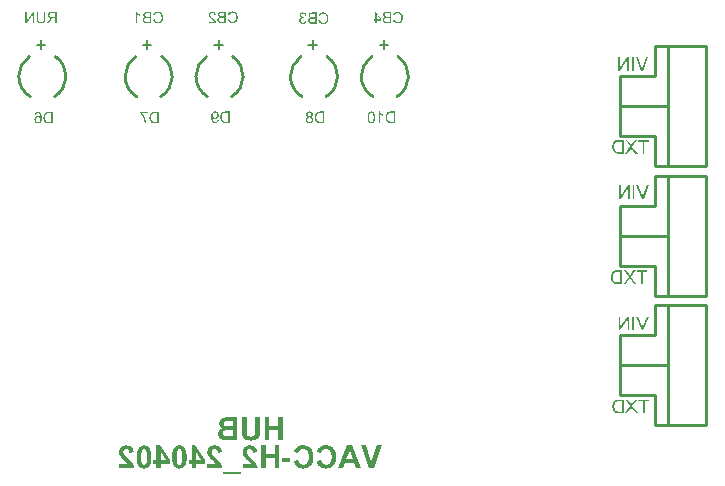
<source format=gbo>
G04*
G04 #@! TF.GenerationSoftware,Altium Limited,Altium Designer,21.3.2 (30)*
G04*
G04 Layer_Color=32896*
%FSTAX24Y24*%
%MOIN*%
G70*
G04*
G04 #@! TF.SameCoordinates,A3F46B7C-A478-48B6-9C65-4A08B567271E*
G04*
G04*
G04 #@! TF.FilePolarity,Positive*
G04*
G01*
G75*
%ADD15C,0.0070*%
%ADD16C,0.0100*%
G36*
X029352Y027787D02*
X029367Y027784D01*
X02938Y02778D01*
X029391Y027775D01*
X0294Y02777D01*
X029403Y027768D01*
X029406Y027766D01*
X029409Y027764D01*
X029411Y027763D01*
X029411Y027763D01*
X029412Y027762D01*
X029422Y027752D01*
X02943Y02774D01*
X029437Y027728D01*
X029442Y027717D01*
X029446Y027706D01*
X029447Y027702D01*
X029448Y027698D01*
X029449Y027695D01*
X029449Y027692D01*
X02945Y027691D01*
Y02769D01*
X029403Y027682D01*
X029401Y027694D01*
X029397Y027705D01*
X029394Y027713D01*
X02939Y02772D01*
X029386Y027726D01*
X029384Y02773D01*
X029381Y027732D01*
X029381Y027733D01*
X029373Y027739D01*
X029366Y027743D01*
X029358Y027746D01*
X029351Y027748D01*
X029345Y027749D01*
X02934Y02775D01*
X029335D01*
X029325Y027749D01*
X029317Y027747D01*
X029309Y027745D01*
X029303Y027741D01*
X029298Y027739D01*
X029294Y027736D01*
X029291Y027733D01*
X029291Y027733D01*
X029285Y027726D01*
X029281Y027719D01*
X029278Y027712D01*
X029276Y027706D01*
X029275Y027699D01*
X029274Y027695D01*
Y027692D01*
Y027691D01*
Y027691D01*
X029275Y027679D01*
X029278Y027669D01*
X029281Y027661D01*
X029286Y027655D01*
X02929Y02765D01*
X029294Y027646D01*
X029297Y027643D01*
X029298Y027643D01*
X029307Y027638D01*
X029316Y027634D01*
X029325Y027631D01*
X029333Y02763D01*
X02934Y027628D01*
X029346Y027628D01*
X029353D01*
X029355Y027628D01*
X029358D01*
X029363Y027588D01*
X029357Y027589D01*
X02935Y02759D01*
X029344Y027591D01*
X02934Y027592D01*
X029336Y027592D01*
X029331D01*
X029319Y027591D01*
X029309Y027589D01*
X0293Y027586D01*
X029293Y027582D01*
X029286Y027578D01*
X029282Y027575D01*
X029279Y027573D01*
X029278Y027571D01*
X029271Y027563D01*
X029266Y027555D01*
X029262Y027546D01*
X02926Y027537D01*
X029258Y02753D01*
X029257Y027524D01*
X029257Y027522D01*
Y02752D01*
Y02752D01*
Y027519D01*
X029258Y027507D01*
X02926Y027496D01*
X029264Y027486D01*
X029268Y027478D01*
X029272Y027471D01*
X029276Y027467D01*
X029278Y027464D01*
X029279Y027463D01*
X029288Y027455D01*
X029297Y027449D01*
X029306Y027446D01*
X029316Y027443D01*
X029323Y027441D01*
X029329Y027441D01*
X029331Y02744D01*
X029335D01*
X029344Y027441D01*
X029354Y027443D01*
X029362Y027446D01*
X029368Y027449D01*
X029374Y027452D01*
X029378Y027455D01*
X02938Y027457D01*
X029381Y027457D01*
X029388Y027465D01*
X029393Y027474D01*
X029398Y027483D01*
X029401Y027493D01*
X029404Y027501D01*
X029406Y027508D01*
X029407Y02751D01*
Y027513D01*
X029408Y027514D01*
Y027514D01*
X029454Y027508D01*
X029453Y027499D01*
X029452Y027491D01*
X029446Y027476D01*
X029441Y027463D01*
X029434Y027452D01*
X029431Y027447D01*
X029427Y027443D01*
X029424Y02744D01*
X029422Y027436D01*
X02942Y027434D01*
X029418Y027432D01*
X029418Y027431D01*
X029417Y027431D01*
X029411Y027426D01*
X029404Y027421D01*
X029397Y027417D01*
X02939Y027414D01*
X029377Y027408D01*
X029363Y027405D01*
X029358Y027404D01*
X029352Y027403D01*
X029347Y027403D01*
X029343Y027402D01*
X029339Y027402D01*
X029335D01*
X029325Y027402D01*
X029315Y027403D01*
X029306Y027404D01*
X029297Y027407D01*
X029289Y02741D01*
X029282Y027412D01*
X029275Y027415D01*
X029268Y027419D01*
X029263Y027422D01*
X029258Y027425D01*
X029253Y027427D01*
X02925Y02743D01*
X029247Y027433D01*
X029245Y027434D01*
X029244Y027435D01*
X029244Y027436D01*
X029237Y027442D01*
X029232Y027449D01*
X029227Y027456D01*
X029223Y027463D01*
X029219Y02747D01*
X029216Y027478D01*
X029212Y027491D01*
X02921Y027497D01*
X029209Y027502D01*
X029208Y027507D01*
X029208Y027512D01*
X029207Y027515D01*
Y027517D01*
Y027519D01*
Y02752D01*
X029208Y027533D01*
X02921Y027545D01*
X029213Y027555D01*
X029217Y027564D01*
X029221Y027571D01*
X029223Y027576D01*
X029226Y02758D01*
X029226Y027581D01*
X029234Y027589D01*
X029242Y027596D01*
X029251Y027602D01*
X029259Y027606D01*
X029267Y027609D01*
X029272Y027611D01*
X029275Y027612D01*
X029276D01*
X029278Y027613D01*
X029278D01*
X029269Y027618D01*
X029261Y027623D01*
X029255Y027628D01*
X029249Y027634D01*
X029245Y027638D01*
X029241Y027642D01*
X02924Y027644D01*
X029239Y027645D01*
X029234Y027653D01*
X029232Y027661D01*
X029229Y027668D01*
X029227Y027675D01*
X029226Y027681D01*
X029226Y027686D01*
Y027688D01*
Y02769D01*
X029226Y027699D01*
X029228Y027708D01*
X02923Y027716D01*
X029233Y027724D01*
X029235Y027729D01*
X029237Y027734D01*
X029239Y027737D01*
X02924Y027738D01*
X029245Y027746D01*
X029252Y027753D01*
X029259Y02776D01*
X029265Y027765D01*
X029271Y027769D01*
X029275Y027772D01*
X029279Y027774D01*
X029279Y027774D01*
X02928D01*
X02929Y027779D01*
X029299Y027782D01*
X029309Y027785D01*
X029318Y027786D01*
X029325Y027787D01*
X029331Y027788D01*
X029344D01*
X029352Y027787D01*
D02*
G37*
G36*
X030025Y027792D02*
X030042Y027789D01*
X030058Y027785D01*
X030064Y027783D01*
X030071Y027781D01*
X030077Y027779D01*
X030082Y027777D01*
X030087Y027775D01*
X03009Y027773D01*
X030094Y027772D01*
X030096Y027771D01*
X030097Y02777D01*
X030098D01*
X030112Y02776D01*
X030125Y027749D01*
X030136Y027739D01*
X030145Y027728D01*
X030153Y027718D01*
X030155Y027714D01*
X030158Y02771D01*
X030159Y027707D01*
X030161Y027705D01*
X030162Y027703D01*
Y027703D01*
X030169Y027686D01*
X030175Y027668D01*
X030178Y027651D01*
X030181Y027635D01*
X030182Y027627D01*
X030183Y027621D01*
X030184Y027615D01*
Y027609D01*
X030184Y027605D01*
Y027603D01*
Y0276D01*
Y0276D01*
X030184Y02758D01*
X030181Y027561D01*
X030178Y027544D01*
X030176Y027536D01*
X030174Y027529D01*
X030173Y027522D01*
X030171Y027516D01*
X030169Y027511D01*
X030168Y027506D01*
X030166Y027503D01*
X030165Y027501D01*
X030165Y027499D01*
Y027498D01*
X030157Y027482D01*
X030147Y027467D01*
X030138Y027455D01*
X030128Y027445D01*
X03012Y027437D01*
X030113Y027431D01*
X03011Y027429D01*
X030108Y027427D01*
X030107Y027427D01*
X030106Y027426D01*
X030099Y027422D01*
X030091Y027418D01*
X030075Y027412D01*
X030058Y027408D01*
X030042Y027404D01*
X030035Y027404D01*
X030028Y027403D01*
X030022Y027402D01*
X030017D01*
X030013Y027402D01*
X030007D01*
X029996Y027402D01*
X029986Y027403D01*
X029966Y027407D01*
X029958Y027409D01*
X029949Y027412D01*
X029942Y027415D01*
X029935Y027418D01*
X029928Y027421D01*
X029923Y027423D01*
X029919Y027426D01*
X029915Y027429D01*
X029911Y027431D01*
X029909Y027433D01*
X029908Y027433D01*
X029907Y027434D01*
X0299Y02744D01*
X029893Y027447D01*
X029881Y027462D01*
X029871Y027478D01*
X029863Y027493D01*
X02986Y0275D01*
X029858Y027506D01*
X029855Y027513D01*
X029853Y027517D01*
X029852Y027522D01*
X029851Y027525D01*
X02985Y027527D01*
Y027528D01*
X0299Y02754D01*
X029905Y027524D01*
X029911Y027509D01*
X029918Y027497D01*
X029924Y027486D01*
X02993Y027479D01*
X029935Y027473D01*
X029939Y02747D01*
X029939Y027469D01*
X02994Y027468D01*
X029952Y02746D01*
X029963Y027455D01*
X029975Y02745D01*
X029986Y027447D01*
X029996Y027445D01*
X03Y027445D01*
X030004D01*
X030007Y027444D01*
X030011D01*
X030024Y027445D01*
X030036Y027447D01*
X030047Y02745D01*
X030056Y027453D01*
X030064Y027456D01*
X03007Y027459D01*
X030072Y02746D01*
X030074Y027461D01*
X030075Y027461D01*
X030075D01*
X030086Y027469D01*
X030094Y027478D01*
X030102Y027486D01*
X030108Y027495D01*
X030113Y027503D01*
X030116Y02751D01*
X030117Y027512D01*
X030118Y027514D01*
X030119Y027515D01*
Y027516D01*
X030123Y027529D01*
X030127Y027544D01*
X030129Y027558D01*
X030131Y027571D01*
X030131Y027577D01*
X030132Y027582D01*
Y027588D01*
X030132Y027592D01*
Y027595D01*
Y027597D01*
Y027599D01*
Y0276D01*
X030132Y027614D01*
X030131Y027627D01*
X030129Y027639D01*
X030127Y02765D01*
X030124Y027659D01*
X030124Y027663D01*
X030123Y027666D01*
X030122Y027669D01*
X030121Y027671D01*
X030121Y027672D01*
Y027672D01*
X030116Y027685D01*
X030109Y027696D01*
X030102Y027706D01*
X030096Y027714D01*
X03009Y02772D01*
X030085Y027725D01*
X030081Y027728D01*
X030081Y027729D01*
X03008D01*
X030068Y027736D01*
X030056Y027741D01*
X030044Y027745D01*
X030033Y027747D01*
X030022Y027749D01*
X030018Y027749D01*
X030014D01*
X030011Y02775D01*
X030007D01*
X029994Y027749D01*
X029981Y027747D01*
X029971Y027744D01*
X029962Y027741D01*
X029954Y027737D01*
X029949Y027734D01*
X029946Y027732D01*
X029945Y027731D01*
X029935Y027723D01*
X029928Y027714D01*
X029921Y027703D01*
X029916Y027694D01*
X029912Y027685D01*
X02991Y027681D01*
X029908Y027677D01*
X029907Y027675D01*
X029907Y027672D01*
X029906Y027671D01*
Y027671D01*
X029856Y027682D01*
X029863Y0277D01*
X029867Y027709D01*
X029871Y027717D01*
X029876Y027724D01*
X029881Y027731D01*
X029885Y027737D01*
X029889Y027743D01*
X029893Y027747D01*
X029897Y027751D01*
X029901Y027755D01*
X029904Y027758D01*
X029907Y02776D01*
X029909Y027762D01*
X02991Y027763D01*
X029911Y027763D01*
X029918Y027768D01*
X029926Y027773D01*
X029934Y027777D01*
X029942Y027781D01*
X029958Y027786D01*
X029973Y027789D01*
X02998Y02779D01*
X029986Y027791D01*
X029992Y027792D01*
X029996Y027792D01*
X03Y027793D01*
X030006D01*
X030025Y027792D01*
D02*
G37*
G36*
X029791Y027408D02*
X029634D01*
X029622Y027409D01*
X029612Y02741D01*
X029602Y027411D01*
X029596Y027412D01*
X02959Y027412D01*
X029587Y027414D01*
X029586D01*
X029577Y027417D01*
X029569Y027419D01*
X029562Y027422D01*
X029556Y027425D01*
X029551Y027428D01*
X029547Y02743D01*
X029545Y027431D01*
X029544Y027432D01*
X029539Y027437D01*
X029533Y027443D01*
X029528Y027449D01*
X029524Y027455D01*
X029521Y02746D01*
X029518Y027464D01*
X029517Y027467D01*
X029517Y027468D01*
X029513Y027476D01*
X02951Y027485D01*
X029508Y027494D01*
X029506Y027501D01*
X029506Y027508D01*
X029505Y027513D01*
Y027516D01*
Y027517D01*
X029506Y027529D01*
X029508Y02754D01*
X029511Y02755D01*
X029514Y027558D01*
X029518Y027565D01*
X029521Y02757D01*
X029524Y027573D01*
X029524Y027574D01*
X029532Y027583D01*
X02954Y02759D01*
X029549Y027596D01*
X029558Y027601D01*
X029565Y027604D01*
X029571Y027607D01*
X029574Y027608D01*
X029575Y027608D01*
X029577Y027609D01*
X029577D01*
X029567Y027614D01*
X029559Y02762D01*
X029552Y027625D01*
X029547Y027631D01*
X029543Y027635D01*
X029539Y027639D01*
X029537Y027642D01*
X029537Y027643D01*
X029532Y027651D01*
X029529Y02766D01*
X029527Y027667D01*
X029525Y027674D01*
X029524Y02768D01*
X029524Y027685D01*
Y027688D01*
Y027689D01*
X029524Y027699D01*
X029526Y027708D01*
X029528Y027716D01*
X029531Y027724D01*
X029534Y02773D01*
X029536Y027735D01*
X029538Y027738D01*
X029539Y027739D01*
X029545Y027748D01*
X029551Y027755D01*
X029558Y027761D01*
X029565Y027766D01*
X029571Y02777D01*
X029575Y027772D01*
X029579Y027774D01*
X029579Y027775D01*
X02958D01*
X02959Y027779D01*
X029602Y027782D01*
X029613Y027783D01*
X029624Y027785D01*
X029634Y027786D01*
X029638D01*
X029642Y027786D01*
X029791D01*
Y027408D01*
D02*
G37*
G36*
X026316Y027815D02*
X026325Y027814D01*
X026343Y027811D01*
X02635Y027809D01*
X026358Y027807D01*
X026364Y027804D01*
X02637Y027802D01*
X026375Y027799D01*
X02638Y027797D01*
X026384Y027794D01*
X026387Y027792D01*
X026389Y02779D01*
X026391Y027789D01*
X026392Y027788D01*
X026393Y027787D01*
X026399Y027782D01*
X026403Y027776D01*
X026412Y027763D01*
X026418Y027749D01*
X026423Y027736D01*
X026426Y027725D01*
X026427Y027719D01*
X026428Y027715D01*
X026429Y027711D01*
X026429Y027708D01*
Y027707D01*
Y027706D01*
X026381Y027701D01*
X02638Y027714D01*
X026378Y027725D01*
X026375Y027734D01*
X026371Y027742D01*
X026367Y027748D01*
X026364Y027753D01*
X026362Y027755D01*
X026361Y027756D01*
X026353Y027763D01*
X026344Y027768D01*
X026335Y027772D01*
X026327Y027775D01*
X026319Y027776D01*
X026313Y027776D01*
X026311Y027777D01*
X026308D01*
X026296Y027776D01*
X026286Y027774D01*
X026277Y027771D01*
X02627Y027768D01*
X026264Y027764D01*
X026259Y027761D01*
X026257Y027759D01*
X026256Y027758D01*
X026249Y027751D01*
X026244Y027742D01*
X026241Y027735D01*
X026238Y027727D01*
X026237Y027721D01*
X026236Y027716D01*
X026236Y027713D01*
Y027712D01*
Y027711D01*
X026237Y027702D01*
X026239Y027691D01*
X026242Y027682D01*
X026247Y027673D01*
X026251Y027666D01*
X026254Y02766D01*
X026255Y027658D01*
X026256Y027656D01*
X026257Y027655D01*
Y027655D01*
X026262Y027649D01*
X026267Y027643D01*
X026273Y027636D01*
X02628Y02763D01*
X026294Y027617D01*
X026308Y027604D01*
X02632Y027593D01*
X026326Y027588D01*
X026331Y027583D01*
X026335Y027579D01*
X026338Y027577D01*
X02634Y027575D01*
X026341Y027575D01*
X026355Y027563D01*
X026367Y027552D01*
X026378Y027542D01*
X026386Y027534D01*
X026393Y027527D01*
X026398Y027522D01*
X026401Y027518D01*
X026402Y027518D01*
Y027517D01*
X02641Y027508D01*
X026415Y027499D01*
X026421Y027491D01*
X026425Y027483D01*
X026429Y027476D01*
X026431Y027472D01*
X026432Y027468D01*
X026433Y027468D01*
Y027467D01*
X026434Y027461D01*
X026436Y027456D01*
X026437Y02745D01*
X026437Y027446D01*
X026438Y027442D01*
Y027438D01*
Y027436D01*
Y027435D01*
X026187D01*
Y02748D01*
X026373D01*
X026367Y027489D01*
X026361Y027497D01*
X026358Y0275D01*
X026355Y027502D01*
X026354Y027504D01*
X026354Y027505D01*
X026351Y027507D01*
X026348Y02751D01*
X02634Y027517D01*
X026331Y027525D01*
X026323Y027533D01*
X026314Y027541D01*
X026307Y027547D01*
X026304Y027549D01*
X026302Y027551D01*
X026301Y027552D01*
X0263Y027552D01*
X026291Y02756D01*
X026283Y027567D01*
X026275Y027574D01*
X026268Y027581D01*
X026261Y027587D01*
X026256Y027592D01*
X02625Y027597D01*
X026245Y027602D01*
X026241Y027606D01*
X026238Y027609D01*
X026233Y027615D01*
X02623Y027618D01*
X026229Y027619D01*
X026221Y027628D01*
X026214Y027636D01*
X026209Y027645D01*
X026205Y027651D01*
X026202Y027657D01*
X026199Y027661D01*
X026198Y027664D01*
X026198Y027665D01*
X026194Y027673D01*
X026192Y027681D01*
X02619Y027689D01*
X026189Y027696D01*
X026188Y027702D01*
X026188Y027706D01*
Y027709D01*
Y02771D01*
X026188Y027718D01*
X026189Y027726D01*
X026193Y027741D01*
X026198Y027753D01*
X026204Y027764D01*
X02621Y027773D01*
X026213Y027776D01*
X026215Y02778D01*
X026217Y027782D01*
X026219Y027784D01*
X026219Y027785D01*
X02622Y027785D01*
X026226Y02779D01*
X026233Y027795D01*
X02624Y027799D01*
X026247Y027803D01*
X026261Y027808D01*
X026275Y027812D01*
X026282Y027813D01*
X026287Y027814D01*
X026293Y027814D01*
X026297Y027815D01*
X026301Y027816D01*
X026306D01*
X026316Y027815D01*
D02*
G37*
G36*
X027001Y027819D02*
X027018Y027817D01*
X027034Y027813D01*
X027041Y027811D01*
X027047Y027809D01*
X027053Y027806D01*
X027059Y027805D01*
X027063Y027802D01*
X027067Y027801D01*
X02707Y027799D01*
X027073Y027798D01*
X027074Y027797D01*
X027074D01*
X027089Y027788D01*
X027102Y027777D01*
X027113Y027766D01*
X027121Y027755D01*
X027129Y027745D01*
X027132Y027741D01*
X027134Y027738D01*
X027136Y027734D01*
X027137Y027732D01*
X027138Y027731D01*
Y02773D01*
X027146Y027714D01*
X027151Y027696D01*
X027155Y027679D01*
X027158Y027662D01*
X027159Y027655D01*
X027159Y027649D01*
X02716Y027642D01*
Y027637D01*
X027161Y027633D01*
Y02763D01*
Y027628D01*
Y027627D01*
X02716Y027607D01*
X027158Y027589D01*
X027154Y027571D01*
X027153Y027563D01*
X027151Y027556D01*
X027149Y02755D01*
X027147Y027544D01*
X027146Y027539D01*
X027144Y027534D01*
X027143Y027531D01*
X027142Y027528D01*
X027141Y027526D01*
Y027526D01*
X027133Y027509D01*
X027123Y027495D01*
X027114Y027482D01*
X027104Y027472D01*
X027096Y027464D01*
X027089Y027459D01*
X027086Y027457D01*
X027085Y027455D01*
X027083Y027454D01*
X027083Y027454D01*
X027075Y027449D01*
X027067Y027446D01*
X027051Y027439D01*
X027034Y027435D01*
X027018Y027432D01*
X027011Y027431D01*
X027005Y02743D01*
X026999Y02743D01*
X026994D01*
X026989Y027429D01*
X026983D01*
X026972Y02743D01*
X026962Y02743D01*
X026943Y027434D01*
X026934Y027437D01*
X026926Y027439D01*
X026918Y027442D01*
X026911Y027445D01*
X026905Y027448D01*
X0269Y027451D01*
X026895Y027454D01*
X026891Y027456D01*
X026888Y027459D01*
X026885Y02746D01*
X026884Y027461D01*
X026884Y027461D01*
X026876Y027468D01*
X026869Y027475D01*
X026858Y02749D01*
X026847Y027505D01*
X02684Y027521D01*
X026836Y027528D01*
X026834Y027534D01*
X026832Y02754D01*
X026829Y027545D01*
X026828Y02755D01*
X026827Y027552D01*
X026827Y027555D01*
Y027555D01*
X026877Y027568D01*
X026881Y027551D01*
X026887Y027536D01*
X026894Y027524D01*
X0269Y027514D01*
X026907Y027506D01*
X026912Y027501D01*
X026915Y027497D01*
X026916Y027497D01*
X026916Y027496D01*
X026928Y027488D01*
X026939Y027482D01*
X026952Y027478D01*
X026962Y027475D01*
X026972Y027473D01*
X026977Y027472D01*
X02698D01*
X026983Y027472D01*
X026987D01*
X027Y027472D01*
X027012Y027475D01*
X027023Y027478D01*
X027032Y02748D01*
X02704Y027484D01*
X027047Y027486D01*
X027049Y027487D01*
X027051Y027488D01*
X027051Y027489D01*
X027052D01*
X027062Y027497D01*
X027071Y027505D01*
X027078Y027514D01*
X027085Y027523D01*
X027089Y027531D01*
X027092Y027537D01*
X027093Y02754D01*
X027094Y027541D01*
X027095Y027543D01*
Y027543D01*
X0271Y027557D01*
X027103Y027571D01*
X027105Y027586D01*
X027107Y027599D01*
X027108Y027605D01*
X027108Y02761D01*
Y027615D01*
X027109Y027619D01*
Y027623D01*
Y027625D01*
Y027627D01*
Y027627D01*
X027108Y027641D01*
X027107Y027654D01*
X027105Y027666D01*
X027103Y027677D01*
X027101Y027687D01*
X0271Y027691D01*
X027099Y027694D01*
X027098Y027696D01*
X027098Y027698D01*
X027097Y027699D01*
Y0277D01*
X027092Y027713D01*
X027086Y027724D01*
X027079Y027733D01*
X027073Y027741D01*
X027066Y027748D01*
X027061Y027752D01*
X027058Y027755D01*
X027057Y027756D01*
X027056D01*
X027045Y027763D01*
X027033Y027768D01*
X027021Y027772D01*
X027009Y027775D01*
X026999Y027776D01*
X026995Y027777D01*
X026991D01*
X026988Y027778D01*
X026984D01*
X02697Y027777D01*
X026958Y027775D01*
X026947Y027772D01*
X026938Y027768D01*
X026931Y027764D01*
X026926Y027761D01*
X026922Y027759D01*
X026921Y027759D01*
X026912Y027751D01*
X026904Y027741D01*
X026897Y027731D01*
X026892Y027721D01*
X026888Y027713D01*
X026886Y027708D01*
X026885Y027705D01*
X026884Y027702D01*
X026883Y0277D01*
X026882Y027699D01*
Y027698D01*
X026833Y02771D01*
X02684Y027728D01*
X026844Y027737D01*
X026848Y027744D01*
X026852Y027752D01*
X026857Y027759D01*
X026861Y027764D01*
X026866Y02777D01*
X02687Y027775D01*
X026874Y027779D01*
X026878Y027783D01*
X026881Y027786D01*
X026884Y027788D01*
X026885Y02779D01*
X026886Y02779D01*
X026887Y027791D01*
X026895Y027796D01*
X026902Y027801D01*
X02691Y027805D01*
X026918Y027808D01*
X026934Y027813D01*
X026949Y027817D01*
X026956Y027818D01*
X026962Y027819D01*
X026968Y027819D01*
X026973Y02782D01*
X026977Y02782D01*
X026983D01*
X027001Y027819D01*
D02*
G37*
G36*
X026767Y027435D02*
X02661D01*
X026598Y027437D01*
X026588Y027437D01*
X026579Y027438D01*
X026572Y027439D01*
X026567Y02744D01*
X026563Y027441D01*
X026562D01*
X026554Y027444D01*
X026545Y027447D01*
X026538Y02745D01*
X026532Y027453D01*
X026527Y027456D01*
X026524Y027458D01*
X026521Y027459D01*
X026521Y02746D01*
X026515Y027465D01*
X026509Y027471D01*
X026505Y027476D01*
X026501Y027482D01*
X026498Y027487D01*
X026495Y027491D01*
X026494Y027494D01*
X026493Y027495D01*
X026489Y027504D01*
X026486Y027513D01*
X026484Y027521D01*
X026483Y027529D01*
X026482Y027535D01*
X026482Y02754D01*
Y027544D01*
Y027545D01*
X026482Y027557D01*
X026484Y027568D01*
X026487Y027577D01*
X026491Y027586D01*
X026495Y027593D01*
X026498Y027598D01*
X0265Y027601D01*
X026501Y027602D01*
X026508Y027611D01*
X026517Y027617D01*
X026525Y027623D01*
X026534Y027628D01*
X026541Y027632D01*
X026548Y027635D01*
X02655Y027635D01*
X026552Y027636D01*
X026553Y027636D01*
X026554D01*
X026544Y027642D01*
X026536Y027647D01*
X026529Y027653D01*
X026523Y027658D01*
X026519Y027663D01*
X026516Y027667D01*
X026514Y027669D01*
X026513Y02767D01*
X026509Y027679D01*
X026506Y027687D01*
X026503Y027695D01*
X026502Y027702D01*
X026501Y027708D01*
X0265Y027713D01*
Y027715D01*
Y027717D01*
X026501Y027726D01*
X026502Y027736D01*
X026505Y027744D01*
X026507Y027751D01*
X02651Y027757D01*
X026513Y027763D01*
X026514Y027766D01*
X026515Y027767D01*
X026521Y027775D01*
X026528Y027782D01*
X026535Y027789D01*
X026541Y027794D01*
X026547Y027797D01*
X026552Y0278D01*
X026555Y027802D01*
X026556Y027802D01*
X026556D01*
X026567Y027806D01*
X026578Y027809D01*
X02659Y027811D01*
X026601Y027813D01*
X026611Y027813D01*
X026615D01*
X026619Y027814D01*
X026767D01*
Y027435D01*
D02*
G37*
G36*
X040267Y018972D02*
X040443Y018736D01*
X040371D01*
X040256Y018893D01*
X040253Y018897D01*
X04025Y018902D01*
X040242Y018913D01*
X040239Y018918D01*
X040237Y018922D01*
X040235Y018925D01*
X040234Y018926D01*
X040227Y018915D01*
X040222Y018907D01*
X040219Y018903D01*
X040217Y0189D01*
X040216Y018899D01*
X040215Y018898D01*
X040101Y018736D01*
X040026D01*
X040197Y018974D01*
X040039Y019191D01*
X040105D01*
X040196Y019069D01*
X040204Y019059D01*
X040211Y01905D01*
X040217Y019041D01*
X040222Y019034D01*
X040226Y019028D01*
X040229Y019023D01*
X040231Y01902D01*
X040232Y019019D01*
X040237Y019027D01*
X040242Y019035D01*
X040248Y019045D01*
X040254Y019054D01*
X040259Y019061D01*
X040264Y019068D01*
X040267Y019073D01*
X040268Y019073D01*
Y019074D01*
X040351Y019191D01*
X040422D01*
X040267Y018972D01*
D02*
G37*
G36*
X040818Y019138D02*
X040669D01*
Y018736D01*
X040608D01*
Y019138D01*
X040459D01*
Y019191D01*
X040818D01*
Y019138D01*
D02*
G37*
G36*
X039973Y018736D02*
X03981D01*
X039795Y018737D01*
X039781Y018738D01*
X039768Y018739D01*
X039758Y01874D01*
X039749Y018742D01*
X039743Y018742D01*
X039739Y018744D01*
X039737D01*
X039725Y018747D01*
X039715Y018751D01*
X039706Y018754D01*
X039698Y018758D01*
X039692Y018761D01*
X039687Y018764D01*
X039684Y018765D01*
X039683Y018766D01*
X039675Y018772D01*
X039667Y018779D01*
X03966Y018786D01*
X039654Y018792D01*
X039649Y018799D01*
X039645Y018803D01*
X039642Y018806D01*
X039642Y018807D01*
X039635Y018818D01*
X039629Y018829D01*
X039623Y01884D01*
X039619Y01885D01*
X039615Y01886D01*
X039613Y018867D01*
X039612Y01887D01*
X039611Y018872D01*
X039611Y018873D01*
Y018874D01*
X039606Y018889D01*
X039604Y018905D01*
X039601Y018921D01*
X039599Y018935D01*
X039599Y018947D01*
Y018953D01*
X039598Y018957D01*
Y018961D01*
Y018964D01*
Y018965D01*
Y018966D01*
X039599Y018988D01*
X039601Y019008D01*
X039604Y019026D01*
X039606Y019034D01*
X039607Y019042D01*
X039608Y019049D01*
X039611Y019055D01*
X039612Y019061D01*
X039613Y019065D01*
X039615Y019068D01*
X039615Y019071D01*
X039616Y019073D01*
Y019073D01*
X039624Y019091D01*
X039632Y019106D01*
X039641Y019119D01*
X03965Y01913D01*
X039658Y019139D01*
X039664Y019146D01*
X039669Y01915D01*
X039669Y019151D01*
X03967D01*
X039681Y01916D01*
X039692Y019167D01*
X039703Y019172D01*
X039714Y019176D01*
X039723Y01918D01*
X03973Y019182D01*
X039733Y019183D01*
X039734D01*
X039736Y019184D01*
X039737D01*
X039748Y019186D01*
X039761Y019188D01*
X039775Y019189D01*
X039787Y01919D01*
X039799Y019191D01*
X039973D01*
Y018736D01*
D02*
G37*
G36*
X040315Y023318D02*
X04049Y023083D01*
X040418D01*
X040303Y02324D01*
X040301Y023244D01*
X040297Y023249D01*
X04029Y023259D01*
X040286Y023265D01*
X040284Y023269D01*
X040282Y023272D01*
X040281Y023272D01*
X040274Y023262D01*
X040269Y023254D01*
X040266Y023249D01*
X040264Y023247D01*
X040263Y023245D01*
X040263Y023245D01*
X040148Y023083D01*
X040074D01*
X040245Y023321D01*
X040086Y023537D01*
X040152D01*
X040243Y023416D01*
X040251Y023406D01*
X040258Y023397D01*
X040264Y023388D01*
X040269Y02338D01*
X040273Y023374D01*
X040276Y023369D01*
X040279Y023366D01*
X040279Y023365D01*
X040284Y023373D01*
X040289Y023382D01*
X040295Y023391D01*
X040301Y0234D01*
X040306Y023408D01*
X040311Y023414D01*
X040314Y023419D01*
X040315Y02342D01*
Y02342D01*
X040398Y023537D01*
X04047D01*
X040315Y023318D01*
D02*
G37*
G36*
X040865Y023484D02*
X040716D01*
Y023083D01*
X040656D01*
Y023484D01*
X040506D01*
Y023537D01*
X040865D01*
Y023484D01*
D02*
G37*
G36*
X04002Y023083D02*
X039857D01*
X039842Y023083D01*
X039828Y023084D01*
X039816Y023085D01*
X039805Y023087D01*
X039796Y023088D01*
X03979Y023089D01*
X039786Y02309D01*
X039784D01*
X039773Y023094D01*
X039762Y023097D01*
X039753Y023101D01*
X039746Y023104D01*
X039739Y023108D01*
X039735Y02311D01*
X039731Y023112D01*
X03973Y023112D01*
X039722Y023119D01*
X039715Y023126D01*
X039707Y023133D01*
X039701Y023139D01*
X039696Y023145D01*
X039692Y02315D01*
X03969Y023153D01*
X039689Y023154D01*
X039682Y023164D01*
X039676Y023175D01*
X03967Y023186D01*
X039666Y023197D01*
X039663Y023207D01*
X03966Y023213D01*
X039659Y023216D01*
X039659Y023218D01*
X039658Y02322D01*
Y02322D01*
X039654Y023236D01*
X039651Y023252D01*
X039648Y023267D01*
X039647Y023281D01*
X039646Y023294D01*
Y023299D01*
X039645Y023303D01*
Y023308D01*
Y02331D01*
Y023312D01*
Y023312D01*
X039646Y023335D01*
X039648Y023355D01*
X039651Y023373D01*
X039653Y023381D01*
X039654Y023389D01*
X039656Y023395D01*
X039658Y023402D01*
X039659Y023407D01*
X039661Y023411D01*
X039662Y023415D01*
X039663Y023418D01*
X039663Y023419D01*
Y02342D01*
X039671Y023437D01*
X039679Y023452D01*
X039688Y023465D01*
X039697Y023476D01*
X039705Y023485D01*
X039711Y023492D01*
X039716Y023496D01*
X039717Y023498D01*
X039717D01*
X039728Y023506D01*
X039739Y023513D01*
X039751Y023519D01*
X039761Y023523D01*
X03977Y023526D01*
X039778Y023528D01*
X03978Y02353D01*
X039782D01*
X039783Y02353D01*
X039784D01*
X039795Y023532D01*
X039808Y023535D01*
X039822Y023536D01*
X039834Y023537D01*
X039846Y023537D01*
X04002D01*
Y023083D01*
D02*
G37*
G36*
X023804Y027799D02*
X02381Y027789D01*
X023817Y027781D01*
X023824Y027773D01*
X02383Y027766D01*
X023836Y027761D01*
X023839Y027758D01*
X02384Y027757D01*
X02384Y027756D01*
X023851Y027747D01*
X023863Y027739D01*
X023874Y027731D01*
X023884Y027725D01*
X023894Y02772D01*
X023898Y027718D01*
X023901Y027716D01*
X023903Y027714D01*
X023906Y027713D01*
X023907Y027713D01*
X023908D01*
Y027667D01*
X023899Y027671D01*
X023891Y027675D01*
X023883Y027678D01*
X023875Y027682D01*
X023869Y027686D01*
X023864Y027689D01*
X02386Y027691D01*
X02386Y027691D01*
X023859D01*
X023849Y027697D01*
X023841Y027703D01*
X023833Y027709D01*
X023827Y027714D01*
X023822Y027718D01*
X023818Y027721D01*
X023815Y027723D01*
X023815Y027724D01*
Y027428D01*
X023768D01*
Y027808D01*
X023799D01*
X023804Y027799D01*
D02*
G37*
G36*
X024513Y027811D02*
X02453Y027809D01*
X024546Y027805D01*
X024553Y027803D01*
X024559Y027801D01*
X024565Y027799D01*
X02457Y027797D01*
X024575Y027795D01*
X024579Y027793D01*
X024582Y027792D01*
X024584Y02779D01*
X024585Y027789D01*
X024586D01*
X0246Y02778D01*
X024614Y027769D01*
X024625Y027758D01*
X024633Y027747D01*
X024641Y027737D01*
X024644Y027733D01*
X024646Y02773D01*
X024648Y027727D01*
X024649Y027724D01*
X02465Y027723D01*
Y027723D01*
X024657Y027706D01*
X024663Y027688D01*
X024667Y027671D01*
X02467Y027655D01*
X024671Y027647D01*
X024671Y027641D01*
X024672Y027634D01*
Y027629D01*
X024672Y027625D01*
Y027622D01*
Y02762D01*
Y027619D01*
X024672Y027599D01*
X02467Y027581D01*
X024666Y027564D01*
X024664Y027555D01*
X024663Y027549D01*
X024661Y027542D01*
X024659Y027536D01*
X024657Y027531D01*
X024656Y027526D01*
X024655Y027523D01*
X024653Y02752D01*
X024653Y027519D01*
Y027518D01*
X024645Y027501D01*
X024635Y027487D01*
X024626Y027474D01*
X024616Y027464D01*
X024608Y027456D01*
X024601Y027451D01*
X024598Y027449D01*
X024596Y027447D01*
X024595Y027447D01*
X024595Y027446D01*
X024587Y027441D01*
X024579Y027438D01*
X024563Y027432D01*
X024546Y027428D01*
X02453Y027424D01*
X024523Y027424D01*
X024516Y027422D01*
X024511Y027422D01*
X024505D01*
X024501Y027421D01*
X024495D01*
X024484Y027422D01*
X024474Y027422D01*
X024455Y027426D01*
X024446Y027429D01*
X024437Y027432D01*
X02443Y027435D01*
X024423Y027437D01*
X024417Y02744D01*
X024412Y027443D01*
X024407Y027446D01*
X024403Y027448D01*
X024399Y027451D01*
X024397Y027452D01*
X024396Y027453D01*
X024395Y027454D01*
X024388Y02746D01*
X024381Y027467D01*
X024369Y027482D01*
X024359Y027497D01*
X024352Y027513D01*
X024348Y02752D01*
X024346Y027526D01*
X024344Y027532D01*
X024341Y027537D01*
X02434Y027542D01*
X024339Y027545D01*
X024338Y027547D01*
Y027547D01*
X024388Y02756D01*
X024393Y027543D01*
X024399Y027528D01*
X024406Y027516D01*
X024412Y027506D01*
X024418Y027498D01*
X024424Y027493D01*
X024427Y027489D01*
X024428Y027489D01*
X024428Y027488D01*
X02444Y02748D01*
X024451Y027474D01*
X024463Y02747D01*
X024474Y027467D01*
X024484Y027465D01*
X024489Y027464D01*
X024492D01*
X024495Y027464D01*
X024499D01*
X024512Y027464D01*
X024524Y027467D01*
X024535Y02747D01*
X024544Y027473D01*
X024552Y027476D01*
X024558Y027478D01*
X024561Y027479D01*
X024562Y027481D01*
X024563Y027481D01*
X024564D01*
X024574Y027489D01*
X024583Y027497D01*
X02459Y027506D01*
X024596Y027515D01*
X024601Y027523D01*
X024604Y02753D01*
X024605Y027532D01*
X024606Y027534D01*
X024607Y027535D01*
Y027535D01*
X024611Y027549D01*
X024615Y027564D01*
X024617Y027578D01*
X024619Y027591D01*
X024619Y027597D01*
X02462Y027602D01*
Y027607D01*
X024621Y027611D01*
Y027615D01*
Y027617D01*
Y027619D01*
Y027619D01*
X02462Y027633D01*
X024619Y027646D01*
X024617Y027659D01*
X024615Y02767D01*
X024613Y027679D01*
X024612Y027683D01*
X024611Y027686D01*
X02461Y027689D01*
X02461Y02769D01*
X024609Y027691D01*
Y027692D01*
X024604Y027705D01*
X024598Y027716D01*
X024591Y027725D01*
X024584Y027733D01*
X024578Y02774D01*
X024573Y027744D01*
X024569Y027747D01*
X024569Y027748D01*
X024568D01*
X024557Y027755D01*
X024545Y027761D01*
X024532Y027765D01*
X024521Y027767D01*
X024511Y027769D01*
X024507Y027769D01*
X024503D01*
X0245Y02777D01*
X024496D01*
X024482Y027769D01*
X02447Y027767D01*
X024459Y027764D01*
X02445Y027761D01*
X024443Y027756D01*
X024437Y027754D01*
X024434Y027751D01*
X024433Y027751D01*
X024424Y027743D01*
X024416Y027733D01*
X024409Y027723D01*
X024404Y027713D01*
X0244Y027705D01*
X024398Y027701D01*
X024397Y027697D01*
X024395Y027694D01*
X024395Y027692D01*
X024394Y027691D01*
Y02769D01*
X024345Y027702D01*
X024352Y02772D01*
X024356Y027729D01*
X02436Y027736D01*
X024364Y027744D01*
X024369Y027751D01*
X024373Y027756D01*
X024378Y027762D01*
X024382Y027767D01*
X024386Y027771D01*
X02439Y027775D01*
X024393Y027778D01*
X024395Y02778D01*
X024397Y027782D01*
X024398Y027782D01*
X024399Y027783D01*
X024406Y027788D01*
X024414Y027793D01*
X024422Y027797D01*
X02443Y0278D01*
X024446Y027805D01*
X024461Y027809D01*
X024468Y02781D01*
X024474Y027811D01*
X02448Y027811D01*
X024485Y027812D01*
X024489Y027812D01*
X024494D01*
X024513Y027811D01*
D02*
G37*
G36*
X024279Y027428D02*
X024122D01*
X02411Y027429D01*
X0241Y027429D01*
X024091Y02743D01*
X024084Y027432D01*
X024079Y027432D01*
X024075Y027433D01*
X024074D01*
X024065Y027436D01*
X024057Y027439D01*
X02405Y027442D01*
X024044Y027445D01*
X024039Y027448D01*
X024035Y02745D01*
X024033Y027451D01*
X024033Y027452D01*
X024027Y027457D01*
X024021Y027463D01*
X024016Y027468D01*
X024012Y027474D01*
X024009Y027479D01*
X024007Y027483D01*
X024005Y027486D01*
X024005Y027487D01*
X024001Y027496D01*
X023998Y027505D01*
X023996Y027513D01*
X023994Y027521D01*
X023994Y027527D01*
X023993Y027532D01*
Y027536D01*
Y027537D01*
X023994Y027549D01*
X023996Y02756D01*
X023999Y027569D01*
X024003Y027578D01*
X024007Y027585D01*
X024009Y02759D01*
X024012Y027593D01*
X024012Y027594D01*
X02402Y027603D01*
X024028Y02761D01*
X024037Y027615D01*
X024046Y027621D01*
X024053Y027624D01*
X02406Y027627D01*
X024062Y027627D01*
X024064Y027628D01*
X024065Y027629D01*
X024065D01*
X024056Y027634D01*
X024047Y02764D01*
X024041Y027645D01*
X024035Y027651D01*
X024031Y027655D01*
X024027Y027659D01*
X024026Y027661D01*
X024025Y027663D01*
X02402Y027671D01*
X024018Y027679D01*
X024015Y027687D01*
X024014Y027694D01*
X024012Y0277D01*
X024012Y027705D01*
Y027708D01*
Y027709D01*
X024012Y027718D01*
X024014Y027728D01*
X024016Y027736D01*
X024019Y027743D01*
X024022Y02775D01*
X024024Y027755D01*
X024026Y027758D01*
X024027Y027759D01*
X024033Y027767D01*
X024039Y027774D01*
X024046Y027781D01*
X024053Y027786D01*
X024059Y027789D01*
X024064Y027792D01*
X024067Y027794D01*
X024068Y027795D01*
X024068D01*
X024079Y027799D01*
X02409Y027801D01*
X024102Y027803D01*
X024113Y027805D01*
X024122Y027805D01*
X024126D01*
X02413Y027806D01*
X024279D01*
Y027428D01*
D02*
G37*
G36*
X040204Y025843D02*
X040147D01*
Y0262D01*
X039908Y025843D01*
X039846D01*
Y026297D01*
X039904D01*
Y02594D01*
X040143Y026297D01*
X040204D01*
Y025843D01*
D02*
G37*
G36*
X040674D02*
X040612D01*
X040434Y026297D01*
X040495D01*
X040618Y025967D01*
X040623Y025953D01*
X040628Y025939D01*
X040632Y025927D01*
X040636Y025916D01*
X040639Y025906D01*
X040641Y025899D01*
X040641Y025896D01*
X040642Y025894D01*
X040643Y025893D01*
Y025892D01*
X04065Y025919D01*
X040654Y025931D01*
X040659Y025943D01*
X040662Y025953D01*
X040664Y02596D01*
X040666Y025963D01*
X040666Y025965D01*
X040667Y025966D01*
Y025967D01*
X040785Y026297D01*
X04085D01*
X040674Y025843D01*
D02*
G37*
G36*
X040369D02*
X040309D01*
Y026297D01*
X040369D01*
Y025843D01*
D02*
G37*
G36*
X032505Y027811D02*
X032522Y027809D01*
X032538Y027805D01*
X032545Y027803D01*
X032551Y027801D01*
X032557Y027799D01*
X032563Y027797D01*
X032567Y027795D01*
X032571Y027793D01*
X032574Y027792D01*
X032576Y02779D01*
X032578Y027789D01*
X032578D01*
X032593Y02778D01*
X032606Y027769D01*
X032617Y027758D01*
X032625Y027747D01*
X032633Y027737D01*
X032636Y027733D01*
X032638Y02773D01*
X03264Y027727D01*
X032641Y027724D01*
X032642Y027723D01*
Y027723D01*
X03265Y027706D01*
X032655Y027688D01*
X032659Y027671D01*
X032662Y027655D01*
X032663Y027647D01*
X032663Y027641D01*
X032664Y027634D01*
Y027629D01*
X032665Y027625D01*
Y027622D01*
Y02762D01*
Y027619D01*
X032664Y027599D01*
X032662Y027581D01*
X032658Y027564D01*
X032657Y027555D01*
X032655Y027549D01*
X032653Y027542D01*
X032651Y027536D01*
X03265Y027531D01*
X032648Y027526D01*
X032647Y027523D01*
X032646Y02752D01*
X032645Y027519D01*
Y027518D01*
X032637Y027501D01*
X032627Y027487D01*
X032618Y027474D01*
X032608Y027464D01*
X0326Y027456D01*
X032593Y027451D01*
X03259Y027449D01*
X032589Y027447D01*
X032587Y027447D01*
X032587Y027446D01*
X032579Y027441D01*
X032571Y027438D01*
X032555Y027432D01*
X032538Y027428D01*
X032522Y027424D01*
X032515Y027424D01*
X032508Y027422D01*
X032503Y027422D01*
X032498D01*
X032493Y027421D01*
X032487D01*
X032476Y027422D01*
X032466Y027422D01*
X032447Y027426D01*
X032438Y027429D01*
X03243Y027432D01*
X032422Y027435D01*
X032415Y027437D01*
X032409Y02744D01*
X032404Y027443D01*
X032399Y027446D01*
X032395Y027448D01*
X032392Y027451D01*
X032389Y027452D01*
X032388Y027453D01*
X032388Y027454D01*
X03238Y02746D01*
X032373Y027467D01*
X032362Y027482D01*
X032351Y027497D01*
X032344Y027513D01*
X03234Y02752D01*
X032338Y027526D01*
X032336Y027532D01*
X032333Y027537D01*
X032332Y027542D01*
X032331Y027545D01*
X03233Y027547D01*
Y027547D01*
X032381Y02756D01*
X032385Y027543D01*
X032391Y027528D01*
X032398Y027516D01*
X032404Y027506D01*
X032411Y027498D01*
X032416Y027493D01*
X032419Y027489D01*
X03242Y027489D01*
X03242Y027488D01*
X032432Y02748D01*
X032443Y027474D01*
X032455Y02747D01*
X032466Y027467D01*
X032476Y027465D01*
X032481Y027464D01*
X032484D01*
X032487Y027464D01*
X032491D01*
X032504Y027464D01*
X032516Y027467D01*
X032527Y02747D01*
X032536Y027473D01*
X032544Y027476D01*
X032551Y027478D01*
X032553Y027479D01*
X032555Y027481D01*
X032555Y027481D01*
X032556D01*
X032566Y027489D01*
X032575Y027497D01*
X032582Y027506D01*
X032589Y027515D01*
X032593Y027523D01*
X032596Y02753D01*
X032597Y027532D01*
X032598Y027534D01*
X032599Y027535D01*
Y027535D01*
X032604Y027549D01*
X032607Y027564D01*
X032609Y027578D01*
X032611Y027591D01*
X032612Y027597D01*
X032612Y027602D01*
Y027607D01*
X032613Y027611D01*
Y027615D01*
Y027617D01*
Y027619D01*
Y027619D01*
X032612Y027633D01*
X032611Y027646D01*
X032609Y027659D01*
X032607Y02767D01*
X032605Y027679D01*
X032604Y027683D01*
X032603Y027686D01*
X032602Y027689D01*
X032602Y02769D01*
X032601Y027691D01*
Y027692D01*
X032596Y027705D01*
X03259Y027716D01*
X032583Y027725D01*
X032576Y027733D01*
X03257Y02774D01*
X032565Y027744D01*
X032561Y027747D01*
X032561Y027748D01*
X03256D01*
X032549Y027755D01*
X032537Y027761D01*
X032525Y027765D01*
X032513Y027767D01*
X032503Y027769D01*
X032499Y027769D01*
X032495D01*
X032492Y02777D01*
X032488D01*
X032474Y027769D01*
X032462Y027767D01*
X032451Y027764D01*
X032442Y027761D01*
X032435Y027756D01*
X03243Y027754D01*
X032426Y027751D01*
X032425Y027751D01*
X032416Y027743D01*
X032408Y027733D01*
X032401Y027723D01*
X032396Y027713D01*
X032392Y027705D01*
X03239Y027701D01*
X032389Y027697D01*
X032388Y027694D01*
X032387Y027692D01*
X032386Y027691D01*
Y02769D01*
X032337Y027702D01*
X032344Y02772D01*
X032348Y027729D01*
X032352Y027736D01*
X032356Y027744D01*
X032361Y027751D01*
X032365Y027756D01*
X03237Y027762D01*
X032374Y027767D01*
X032378Y027771D01*
X032382Y027775D01*
X032385Y027778D01*
X032388Y02778D01*
X032389Y027782D01*
X03239Y027782D01*
X032391Y027783D01*
X032398Y027788D01*
X032406Y027793D01*
X032414Y027797D01*
X032422Y0278D01*
X032438Y027805D01*
X032453Y027809D01*
X03246Y02781D01*
X032466Y027811D01*
X032472Y027811D01*
X032477Y027812D01*
X032481Y027812D01*
X032487D01*
X032505Y027811D01*
D02*
G37*
G36*
X032271Y027428D02*
X032114D01*
X032102Y027429D01*
X032092Y027429D01*
X032083Y02743D01*
X032076Y027432D01*
X032071Y027432D01*
X032067Y027433D01*
X032066D01*
X032057Y027436D01*
X032049Y027439D01*
X032042Y027442D01*
X032036Y027445D01*
X032031Y027448D01*
X032028Y02745D01*
X032025Y027451D01*
X032025Y027452D01*
X032019Y027457D01*
X032013Y027463D01*
X032009Y027468D01*
X032004Y027474D01*
X032002Y027479D01*
X031999Y027483D01*
X031998Y027486D01*
X031997Y027487D01*
X031993Y027496D01*
X03199Y027505D01*
X031988Y027513D01*
X031987Y027521D01*
X031986Y027527D01*
X031985Y027532D01*
Y027536D01*
Y027537D01*
X031986Y027549D01*
X031988Y02756D01*
X031991Y027569D01*
X031995Y027578D01*
X031999Y027585D01*
X032002Y02759D01*
X032004Y027593D01*
X032004Y027594D01*
X032012Y027603D01*
X032021Y02761D01*
X032029Y027615D01*
X032038Y027621D01*
X032045Y027624D01*
X032052Y027627D01*
X032054Y027627D01*
X032056Y027628D01*
X032057Y027629D01*
X032057D01*
X032048Y027634D01*
X03204Y02764D01*
X032033Y027645D01*
X032027Y027651D01*
X032023Y027655D01*
X032019Y027659D01*
X032018Y027661D01*
X032017Y027663D01*
X032013Y027671D01*
X03201Y027679D01*
X032007Y027687D01*
X032006Y027694D01*
X032004Y0277D01*
X032004Y027705D01*
Y027708D01*
Y027709D01*
X032004Y027718D01*
X032006Y027728D01*
X032009Y027736D01*
X032011Y027743D01*
X032014Y02775D01*
X032017Y027755D01*
X032018Y027758D01*
X032019Y027759D01*
X032025Y027767D01*
X032032Y027774D01*
X032038Y027781D01*
X032045Y027786D01*
X032051Y027789D01*
X032056Y027792D01*
X032059Y027794D01*
X03206Y027795D01*
X03206D01*
X032071Y027799D01*
X032082Y027801D01*
X032094Y027803D01*
X032105Y027805D01*
X032114Y027805D01*
X032119D01*
X032123Y027806D01*
X032271D01*
Y027428D01*
D02*
G37*
G36*
X031951Y027561D02*
Y027518D01*
X031787D01*
Y027428D01*
X03174D01*
Y027518D01*
X031689D01*
Y027561D01*
X03174D01*
Y027805D01*
X031778D01*
X031951Y027561D01*
D02*
G37*
G36*
X040318Y014664D02*
X040494Y014429D01*
X040422D01*
X040307Y014586D01*
X040305Y01459D01*
X040301Y014595D01*
X040294Y014606D01*
X04029Y014611D01*
X040288Y014615D01*
X040286Y014618D01*
X040285Y014619D01*
X040278Y014608D01*
X040273Y0146D01*
X04027Y014596D01*
X040268Y014593D01*
X040267Y014592D01*
X040267Y014591D01*
X040152Y014429D01*
X040078D01*
X040249Y014667D01*
X04009Y014884D01*
X040156D01*
X040247Y014762D01*
X040255Y014752D01*
X040262Y014743D01*
X040268Y014734D01*
X040273Y014727D01*
X040277Y01472D01*
X04028Y014716D01*
X040282Y014713D01*
X040283Y014711D01*
X040288Y01472D01*
X040293Y014728D01*
X040299Y014738D01*
X040305Y014747D01*
X04031Y014754D01*
X040315Y014761D01*
X040318Y014765D01*
X040319Y014766D01*
Y014767D01*
X040402Y014884D01*
X040473D01*
X040318Y014664D01*
D02*
G37*
G36*
X040869Y01483D02*
X04072D01*
Y014429D01*
X04066D01*
Y01483D01*
X04051D01*
Y014884D01*
X040869D01*
Y01483D01*
D02*
G37*
G36*
X040024Y014429D02*
X039861D01*
X039846Y01443D01*
X039832Y014431D01*
X03982Y014432D01*
X039809Y014433D01*
X0398Y014435D01*
X039794Y014435D01*
X03979Y014437D01*
X039788D01*
X039777Y01444D01*
X039766Y014444D01*
X039757Y014447D01*
X03975Y014451D01*
X039743Y014454D01*
X039739Y014457D01*
X039735Y014458D01*
X039734Y014459D01*
X039726Y014465D01*
X039718Y014472D01*
X039711Y014479D01*
X039705Y014485D01*
X0397Y014491D01*
X039696Y014496D01*
X039694Y014499D01*
X039693Y0145D01*
X039686Y014511D01*
X03968Y014522D01*
X039674Y014533D01*
X03967Y014543D01*
X039667Y014553D01*
X039664Y01456D01*
X039663Y014563D01*
X039662Y014565D01*
X039662Y014566D01*
Y014567D01*
X039658Y014582D01*
X039655Y014598D01*
X039652Y014614D01*
X039651Y014628D01*
X03965Y01464D01*
Y014646D01*
X039649Y01465D01*
Y014654D01*
Y014657D01*
Y014658D01*
Y014659D01*
X03965Y014681D01*
X039652Y014701D01*
X039655Y014719D01*
X039657Y014727D01*
X039658Y014735D01*
X03966Y014742D01*
X039662Y014748D01*
X039663Y014754D01*
X039665Y014758D01*
X039666Y014761D01*
X039667Y014764D01*
X039667Y014765D01*
Y014766D01*
X039675Y014783D01*
X039683Y014799D01*
X039692Y014812D01*
X039701Y014823D01*
X039709Y014832D01*
X039715Y014839D01*
X03972Y014843D01*
X039721Y014844D01*
X039721D01*
X039732Y014853D01*
X039743Y01486D01*
X039754Y014865D01*
X039765Y014869D01*
X039774Y014873D01*
X039781Y014875D01*
X039784Y014876D01*
X039786D01*
X039787Y014877D01*
X039788D01*
X039799Y014879D01*
X039812Y014881D01*
X039826Y014882D01*
X039838Y014883D01*
X03985Y014884D01*
X040024D01*
Y014429D01*
D02*
G37*
G36*
X04022Y021579D02*
X040162D01*
Y021936D01*
X039924Y021579D01*
X039862D01*
Y022033D01*
X039919D01*
Y021676D01*
X040159Y022033D01*
X04022D01*
Y021579D01*
D02*
G37*
G36*
X04069D02*
X040628D01*
X04045Y022033D01*
X040511D01*
X040634Y021703D01*
X040639Y021689D01*
X040644Y021676D01*
X040648Y021663D01*
X040652Y021652D01*
X040654Y021642D01*
X040656Y021635D01*
X040657Y021632D01*
X040658Y02163D01*
X040658Y021629D01*
Y021629D01*
X040666Y021655D01*
X04067Y021667D01*
X040674Y021679D01*
X040678Y021689D01*
X04068Y021696D01*
X040681Y021699D01*
X040682Y021701D01*
X040683Y021703D01*
Y021703D01*
X0408Y022033D01*
X040866D01*
X04069Y021579D01*
D02*
G37*
G36*
X040385D02*
X040325D01*
Y022033D01*
X040385D01*
Y021579D01*
D02*
G37*
G36*
X020372Y027428D02*
X020324D01*
Y027725D01*
X020125Y027428D01*
X020074D01*
Y027806D01*
X020122D01*
Y027509D01*
X020321Y027806D01*
X020372D01*
Y027428D01*
D02*
G37*
G36*
X020752Y027587D02*
Y027576D01*
X020751Y027566D01*
X020751Y027556D01*
X020749Y027547D01*
X020748Y027539D01*
X020747Y027531D01*
X020746Y027524D01*
X020744Y027517D01*
X020743Y027512D01*
X020742Y027507D01*
X020741Y027502D01*
X02074Y027498D01*
X020739Y027496D01*
X020738Y027494D01*
X020737Y027493D01*
Y027492D01*
X020731Y02748D01*
X020724Y027469D01*
X020716Y02746D01*
X020708Y027453D01*
X020701Y027447D01*
X020695Y027443D01*
X020692Y027441D01*
X020691Y02744D01*
X02069Y027439D01*
X02069D01*
X020676Y027433D01*
X020661Y027429D01*
X020647Y027426D01*
X020633Y027424D01*
X020627Y027423D01*
X020621Y027422D01*
X020616Y027422D01*
X020611D01*
X020608Y027421D01*
X020603D01*
X020583Y027422D01*
X020566Y027425D01*
X020558Y027426D01*
X020551Y027428D01*
X020544Y02743D01*
X020538Y027432D01*
X020533Y027433D01*
X020528Y027436D01*
X020524Y027437D01*
X020521Y027439D01*
X020518Y02744D01*
X020516Y027441D01*
X020515Y027442D01*
X020514D01*
X020503Y027451D01*
X020493Y027459D01*
X020484Y027468D01*
X020478Y027477D01*
X020474Y027485D01*
X02047Y027491D01*
X020469Y027493D01*
X020468Y027495D01*
X020468Y027496D01*
Y027497D01*
X020463Y02751D01*
X02046Y027525D01*
X020458Y02754D01*
X020456Y027554D01*
X020456Y027561D01*
X020455Y027568D01*
Y027573D01*
X020455Y027578D01*
Y027582D01*
Y027585D01*
Y027587D01*
Y027587D01*
Y027806D01*
X020505D01*
Y027587D01*
Y027574D01*
X020506Y027562D01*
X020507Y027552D01*
X020508Y027542D01*
X02051Y027533D01*
X020512Y027526D01*
X020514Y027519D01*
X020516Y027512D01*
X020518Y027507D01*
X020521Y027502D01*
X020523Y027499D01*
X020525Y027496D01*
X020526Y027494D01*
X020527Y027492D01*
X020528Y027492D01*
Y027491D01*
X020533Y027486D01*
X020539Y027483D01*
X020551Y027477D01*
X020563Y027473D01*
X020577Y027469D01*
X020588Y027467D01*
X020593Y027467D01*
X020598D01*
X020602Y027466D01*
X020607D01*
X020619Y027467D01*
X020629Y027468D01*
X020638Y02747D01*
X020646Y027473D01*
X020653Y027474D01*
X020657Y027477D01*
X02066Y027478D01*
X020661Y027478D01*
X020669Y027483D01*
X020676Y027489D01*
X020681Y027496D01*
X020686Y027501D01*
X020689Y027507D01*
X020691Y027511D01*
X020692Y027513D01*
X020693Y027515D01*
X020695Y027519D01*
X020696Y027524D01*
X020698Y027536D01*
X020699Y027548D01*
X020701Y027559D01*
X020701Y02757D01*
X020702Y027575D01*
Y027579D01*
Y027583D01*
Y027585D01*
Y027587D01*
Y027587D01*
Y027806D01*
X020752D01*
Y027587D01*
D02*
G37*
G36*
X021133Y027428D02*
X021083D01*
Y027596D01*
X021018D01*
X021013Y027595D01*
X021008D01*
X021004Y027595D01*
X021001Y027594D01*
X020999D01*
X020998Y027593D01*
X020997D01*
X020988Y027591D01*
X020982Y027587D01*
X020979Y027585D01*
X020976Y027584D01*
X020975Y027584D01*
X020975Y027583D01*
X02097Y02758D01*
X020966Y027576D01*
X020957Y027568D01*
X020955Y027564D01*
X020952Y027561D01*
X02095Y027558D01*
X020949Y027558D01*
X020944Y02755D01*
X020938Y027542D01*
X020931Y027534D01*
X020926Y027525D01*
X020921Y027517D01*
X020916Y027512D01*
X020915Y027509D01*
X020914Y027508D01*
X020913Y027507D01*
Y027506D01*
X020863Y027428D01*
X0208D01*
X020866Y02753D01*
X020873Y027541D01*
X020881Y027551D01*
X020888Y027559D01*
X020894Y027567D01*
X020899Y027573D01*
X020903Y027577D01*
X020906Y02758D01*
X020907Y027581D01*
X020911Y027584D01*
X020916Y027588D01*
X020926Y027594D01*
X02093Y027596D01*
X020934Y027598D01*
X020936Y027599D01*
X020937Y0276D01*
X020927Y027602D01*
X020918Y027603D01*
X02091Y027606D01*
X020902Y027608D01*
X020895Y027611D01*
X020888Y027614D01*
X020882Y027617D01*
X020877Y02762D01*
X020872Y027623D01*
X020868Y027625D01*
X020865Y027628D01*
X020862Y02763D01*
X02086Y027632D01*
X020858Y027633D01*
X020857Y027634D01*
X020853Y02764D01*
X020849Y027645D01*
X020842Y027657D01*
X020837Y027668D01*
X020834Y027679D01*
X020832Y027688D01*
X020831Y027692D01*
Y027695D01*
X020831Y027698D01*
Y027701D01*
Y027702D01*
Y027702D01*
X020831Y027714D01*
X020833Y027724D01*
X020836Y027734D01*
X020839Y027743D01*
X020842Y02775D01*
X020845Y027755D01*
X020846Y027758D01*
X020847Y027759D01*
X020853Y027769D01*
X02086Y027776D01*
X020867Y027782D01*
X020874Y027787D01*
X02088Y027791D01*
X020884Y027794D01*
X020888Y027795D01*
X020888Y027796D01*
X020889D01*
X020894Y027797D01*
X0209Y027799D01*
X020912Y027801D01*
X020925Y027804D01*
X020937Y027805D01*
X020948Y027805D01*
X020953D01*
X020957Y027806D01*
X021133D01*
Y027428D01*
D02*
G37*
G36*
X040212Y017197D02*
X040154D01*
Y017554D01*
X039916Y017197D01*
X039854D01*
Y017651D01*
X039912D01*
Y017294D01*
X040151Y017651D01*
X040212D01*
Y017197D01*
D02*
G37*
G36*
X040682D02*
X04062D01*
X040442Y017651D01*
X040503D01*
X040626Y017321D01*
X040631Y017308D01*
X040636Y017294D01*
X04064Y017281D01*
X040644Y01727D01*
X040646Y017261D01*
X040648Y017253D01*
X040649Y01725D01*
X04065Y017248D01*
X040651Y017247D01*
Y017247D01*
X040658Y017273D01*
X040662Y017285D01*
X040666Y017297D01*
X04067Y017307D01*
X040672Y017314D01*
X040673Y017317D01*
X040674Y017319D01*
X040675Y017321D01*
Y017321D01*
X040792Y017651D01*
X040858D01*
X040682Y017197D01*
D02*
G37*
G36*
X040377D02*
X040317D01*
Y017651D01*
X040377D01*
Y017197D01*
D02*
G37*
G36*
X028666Y013532D02*
X028513D01*
Y013863D01*
X028214D01*
Y013532D01*
X028061D01*
Y014289D01*
X028214D01*
Y013991D01*
X028513D01*
Y014289D01*
X028666D01*
Y013532D01*
D02*
G37*
G36*
X027903Y013885D02*
Y013862D01*
X027902Y01384D01*
Y013819D01*
X027901Y013801D01*
X027899Y013783D01*
X027898Y013767D01*
X027897Y013753D01*
X027896Y013741D01*
X027895Y013729D01*
X027894Y01372D01*
X027893Y013711D01*
X027891Y013705D01*
X02789Y013699D01*
X027889Y013696D01*
Y013693D01*
Y013692D01*
X027884Y013676D01*
X027878Y013661D01*
X027871Y013646D01*
X027864Y013633D01*
X027857Y013623D01*
X027851Y013615D01*
X027848Y01361D01*
X027846Y013608D01*
X027833Y013594D01*
X027819Y01358D01*
X027804Y01357D01*
X02779Y01356D01*
X027777Y013553D01*
X027767Y013547D01*
X02776Y013543D01*
X027759Y013542D01*
X027758D01*
X027746Y013538D01*
X027735Y013534D01*
X027708Y013528D01*
X027682Y013524D01*
X027655Y013522D01*
X027631Y013519D01*
X02762D01*
X027611Y013518D01*
X027594D01*
X027562Y013519D01*
X027533Y013522D01*
X027509Y013525D01*
X027488Y01353D01*
X027471Y013533D01*
X027464Y013535D01*
X027459Y013537D01*
X027454Y013538D01*
X027451Y013539D01*
X02745Y01354D01*
X027449D01*
X027429Y013549D01*
X027412Y01356D01*
X027397Y01357D01*
X027383Y01358D01*
X027374Y013588D01*
X027366Y013595D01*
X027361Y013601D01*
X02736Y013602D01*
X027348Y013617D01*
X027338Y013633D01*
X027331Y01365D01*
X027324Y013665D01*
X027319Y013678D01*
X027316Y013689D01*
X027314Y013696D01*
Y013697D01*
Y013698D01*
X027311Y013709D01*
X027309Y013722D01*
X027308Y013737D01*
X027307Y013752D01*
X027304Y013783D01*
X027302Y013816D01*
Y013831D01*
Y013844D01*
X027301Y013857D01*
Y013869D01*
Y013878D01*
Y013885D01*
Y013889D01*
Y013891D01*
Y014289D01*
X027454D01*
Y013869D01*
Y013852D01*
Y013837D01*
X027456Y013824D01*
Y013811D01*
X027457Y013788D01*
X027458Y013771D01*
X027459Y013757D01*
X02746Y013748D01*
X027461Y013742D01*
Y013739D01*
X027465Y013726D01*
X027471Y013713D01*
X027477Y013703D01*
X027484Y013693D01*
X02749Y013685D01*
X027496Y01368D01*
X027501Y013676D01*
X027502Y013675D01*
X027515Y013666D01*
X02753Y01366D01*
X027547Y013655D01*
X027562Y013652D01*
X027577Y01365D01*
X027588Y013648D01*
X027599D01*
X02762Y01365D01*
X027641Y013653D01*
X027658Y013658D01*
X027672Y013662D01*
X027684Y013667D01*
X027692Y013671D01*
X027697Y013675D01*
X027699Y013676D01*
X027712Y013688D01*
X027721Y013699D01*
X027729Y013712D01*
X027736Y013724D01*
X027739Y013735D01*
X027743Y013743D01*
X027745Y013749D01*
Y013751D01*
X027746Y013757D01*
Y013765D01*
X027747Y013783D01*
X027748Y013804D01*
Y013825D01*
X02775Y013846D01*
Y013855D01*
Y013862D01*
Y013869D01*
Y013873D01*
Y013877D01*
Y013878D01*
Y014289D01*
X027903D01*
Y013885D01*
D02*
G37*
G36*
X02714Y013532D02*
X026811D01*
X026791Y013533D01*
X02676D01*
X026746Y013534D01*
X026726D01*
X026718Y013535D01*
X026706D01*
X026703Y013537D01*
X026698D01*
X026676Y01354D01*
X026657Y013545D01*
X026639Y01355D01*
X026624Y013557D01*
X026612Y013563D01*
X026602Y013568D01*
X026598Y013571D01*
X026595Y013572D01*
X02658Y013584D01*
X026568Y013598D01*
X026556Y01361D01*
X026547Y013623D01*
X02654Y013633D01*
X026534Y013643D01*
X026531Y013648D01*
X02653Y013651D01*
X026522Y013669D01*
X026516Y013686D01*
X026511Y013704D01*
X026509Y013719D01*
X026507Y013733D01*
X026505Y013742D01*
Y013749D01*
Y013751D01*
X026507Y013775D01*
X026511Y013797D01*
X026517Y013816D01*
X026524Y013833D01*
X026532Y013847D01*
X026538Y013857D01*
X026542Y013863D01*
X026544Y013865D01*
X026558Y013882D01*
X026576Y013897D01*
X026593Y013909D01*
X02661Y013918D01*
X026625Y013925D01*
X026638Y013931D01*
X026643Y013932D01*
X026646Y013933D01*
X026648Y013934D01*
X02665D01*
X026632Y013944D01*
X026616Y013954D01*
X026603Y013964D01*
X026592Y013976D01*
X026583Y013985D01*
X026577Y013993D01*
X026572Y013998D01*
X026571Y014D01*
X026562Y014017D01*
X026555Y014035D01*
X026549Y014051D01*
X026546Y014066D01*
X026544Y014078D01*
X026542Y014089D01*
Y014096D01*
Y014098D01*
X026544Y014117D01*
X026546Y014133D01*
X02655Y014148D01*
X026554Y014161D01*
X026558Y014172D01*
X026563Y01418D01*
X026565Y014185D01*
X026567Y014187D01*
X026576Y014201D01*
X026585Y014213D01*
X026595Y014224D01*
X026603Y014233D01*
X026612Y014241D01*
X026618Y014246D01*
X026623Y014249D01*
X026624Y01425D01*
X026638Y014258D01*
X026651Y014265D01*
X026665Y014271D01*
X026677Y014274D01*
X026688Y014278D01*
X026696Y01428D01*
X026701Y014281D01*
X026704D01*
X026722Y014284D01*
X026743Y014286D01*
X026765Y014287D01*
X026787Y014288D01*
X026806Y014289D01*
X02714D01*
Y013532D01*
D02*
G37*
G36*
X027599Y013354D02*
X027631Y013348D01*
X02766Y013339D01*
X027673Y013334D01*
X027684Y01333D01*
X027696Y013325D01*
X027705Y01332D01*
X027713Y013316D01*
X027719Y013311D01*
X027725Y013308D01*
X027728Y013305D01*
X027731Y013304D01*
X027732Y013303D01*
X027743Y013293D01*
X027755Y013281D01*
X027764Y013269D01*
X027773Y013255D01*
X027787Y013226D01*
X027797Y013198D01*
X027802Y013184D01*
X027804Y013172D01*
X027808Y013161D01*
X027809Y013151D01*
X027811Y013143D01*
Y013137D01*
X027812Y013133D01*
Y013131D01*
X027668Y013118D01*
X027666Y013139D01*
X027662Y013159D01*
X027657Y013174D01*
X027652Y013187D01*
X027646Y013197D01*
X027643Y013203D01*
X027639Y013207D01*
X027638Y013209D01*
X027627Y013218D01*
X027615Y013225D01*
X027603Y013229D01*
X027591Y013233D01*
X027582Y013235D01*
X027573Y013236D01*
X027566D01*
X02755Y013235D01*
X027535Y013232D01*
X027522Y013228D01*
X027511Y013224D01*
X027503Y013218D01*
X027498Y013214D01*
X027494Y013211D01*
X027493Y01321D01*
X027484Y013199D01*
X027478Y013187D01*
X027473Y013174D01*
X02747Y013163D01*
X027468Y013152D01*
X027466Y013143D01*
Y013137D01*
Y013135D01*
X027468Y013119D01*
X027471Y013103D01*
X027476Y013088D01*
X027481Y013074D01*
X027487Y013062D01*
X027492Y013054D01*
X027495Y013048D01*
X027496Y013046D01*
X027501Y013039D01*
X027508Y013031D01*
X027516Y013023D01*
X027525Y013014D01*
X027545Y012993D01*
X027566Y012972D01*
X027585Y012954D01*
X027594Y012945D01*
X027601Y012938D01*
X027608Y012932D01*
X027613Y012926D01*
X027616Y012924D01*
X027618Y012923D01*
X027639Y012902D01*
X02766Y012882D01*
X027677Y012864D01*
X027695Y012847D01*
X02771Y01283D01*
X027722Y012815D01*
X027735Y012802D01*
X027746Y012789D01*
X027754Y012779D01*
X027762Y012768D01*
X027767Y01276D01*
X027773Y012753D01*
X027777Y012747D01*
X027779Y012744D01*
X027781Y012742D01*
Y012741D01*
X027795Y012715D01*
X027805Y01269D01*
X027815Y012666D01*
X02782Y012643D01*
X027825Y012624D01*
X027826Y012616D01*
X027827Y012609D01*
X027829Y012604D01*
X02783Y0126D01*
Y012598D01*
Y012596D01*
X027321D01*
Y012731D01*
X027611D01*
X027601Y012746D01*
X027591Y012758D01*
X027588Y012764D01*
X027584Y012767D01*
X027582Y012769D01*
X027581Y012771D01*
X027576Y012775D01*
X027571Y01278D01*
X027559Y012792D01*
X027545Y012806D01*
X02753Y01282D01*
X027516Y012834D01*
X027505Y012844D01*
X027501Y012849D01*
X027498Y012852D01*
X027495Y012854D01*
X027494Y012855D01*
X02747Y012877D01*
X02745Y012896D01*
X027433Y012913D01*
X02742Y012927D01*
X02741Y012938D01*
X027403Y012946D01*
X0274Y01295D01*
X027398Y012952D01*
X027385Y01297D01*
X027372Y012987D01*
X027362Y013003D01*
X027353Y013018D01*
X027348Y01303D01*
X027343Y013039D01*
X027341Y013045D01*
X02734Y013047D01*
X027334Y013065D01*
X027329Y013083D01*
X027326Y013099D01*
X027324Y013114D01*
X027322Y013127D01*
X027321Y013137D01*
Y013143D01*
Y013145D01*
X027322Y013161D01*
X027324Y013178D01*
X027332Y013206D01*
X027342Y013232D01*
X027353Y013254D01*
X027365Y013271D01*
X027371Y013279D01*
X027375Y013285D01*
X02738Y013289D01*
X027383Y013293D01*
X027385Y013294D01*
X027386Y013295D01*
X027398Y013305D01*
X027411Y013316D01*
X027426Y013324D01*
X02744Y013331D01*
X02747Y013341D01*
X027498Y013348D01*
X027511Y013352D01*
X027523Y013353D01*
X027535Y013354D01*
X027544Y013355D01*
X027552Y013356D01*
X027581D01*
X027599Y013354D01*
D02*
G37*
G36*
X026423D02*
X026455Y013348D01*
X026484Y013339D01*
X026497Y013334D01*
X026508Y01333D01*
X02652Y013325D01*
X026529Y01332D01*
X026537Y013316D01*
X026543Y013311D01*
X026549Y013308D01*
X026552Y013305D01*
X026554Y013304D01*
X026556Y013303D01*
X026567Y013293D01*
X026579Y013281D01*
X026588Y013269D01*
X026597Y013255D01*
X026611Y013226D01*
X026621Y013198D01*
X026626Y013184D01*
X026628Y013172D01*
X026632Y013161D01*
X026633Y013151D01*
X026635Y013143D01*
Y013137D01*
X026636Y013133D01*
Y013131D01*
X026492Y013118D01*
X02649Y013139D01*
X026486Y013159D01*
X026481Y013174D01*
X026476Y013187D01*
X02647Y013197D01*
X026467Y013203D01*
X026463Y013207D01*
X026462Y013209D01*
X026451Y013218D01*
X026439Y013225D01*
X026426Y013229D01*
X026415Y013233D01*
X026406Y013235D01*
X026397Y013236D01*
X02639D01*
X026373Y013235D01*
X026358Y013232D01*
X026346Y013228D01*
X026335Y013224D01*
X026327Y013218D01*
X026322Y013214D01*
X026318Y013211D01*
X026317Y01321D01*
X026308Y013199D01*
X026302Y013187D01*
X026297Y013174D01*
X026294Y013163D01*
X026292Y013152D01*
X02629Y013143D01*
Y013137D01*
Y013135D01*
X026292Y013119D01*
X026295Y013103D01*
X0263Y013088D01*
X026305Y013074D01*
X026311Y013062D01*
X026316Y013054D01*
X026319Y013048D01*
X02632Y013046D01*
X026325Y013039D01*
X026332Y013031D01*
X02634Y013023D01*
X026349Y013014D01*
X026369Y012993D01*
X02639Y012972D01*
X026409Y012954D01*
X026418Y012945D01*
X026425Y012938D01*
X026432Y012932D01*
X026437Y012926D01*
X02644Y012924D01*
X026441Y012923D01*
X026463Y012902D01*
X026484Y012882D01*
X026501Y012864D01*
X026519Y012847D01*
X026534Y01283D01*
X026546Y012815D01*
X026559Y012802D01*
X026569Y012789D01*
X026578Y012779D01*
X026586Y012768D01*
X026591Y01276D01*
X026597Y012753D01*
X026601Y012747D01*
X026603Y012744D01*
X026605Y012742D01*
Y012741D01*
X026619Y012715D01*
X026629Y01269D01*
X026639Y012666D01*
X026644Y012643D01*
X026649Y012624D01*
X02665Y012616D01*
X026651Y012609D01*
X026652Y012604D01*
X026654Y0126D01*
Y012598D01*
Y012596D01*
X026145D01*
Y012731D01*
X026435D01*
X026425Y012746D01*
X026415Y012758D01*
X026411Y012764D01*
X026408Y012767D01*
X026406Y012769D01*
X026405Y012771D01*
X0264Y012775D01*
X026395Y01278D01*
X026383Y012792D01*
X026369Y012806D01*
X026354Y01282D01*
X02634Y012834D01*
X026328Y012844D01*
X026325Y012849D01*
X026322Y012852D01*
X026319Y012854D01*
X026318Y012855D01*
X026294Y012877D01*
X026274Y012896D01*
X026257Y012913D01*
X026244Y012927D01*
X026234Y012938D01*
X026227Y012946D01*
X026224Y01295D01*
X026222Y012952D01*
X026209Y01297D01*
X026196Y012987D01*
X026186Y013003D01*
X026177Y013018D01*
X026172Y01303D01*
X026167Y013039D01*
X026165Y013045D01*
X026164Y013047D01*
X026158Y013065D01*
X026153Y013083D01*
X02615Y013099D01*
X026147Y013114D01*
X026146Y013127D01*
X026145Y013137D01*
Y013143D01*
Y013145D01*
X026146Y013161D01*
X026147Y013178D01*
X026156Y013206D01*
X026166Y013232D01*
X026177Y013254D01*
X026189Y013271D01*
X026195Y013279D01*
X026199Y013285D01*
X026204Y013289D01*
X026207Y013293D01*
X026209Y013294D01*
X02621Y013295D01*
X026222Y013305D01*
X026235Y013316D01*
X02625Y013324D01*
X026264Y013331D01*
X026294Y013341D01*
X026322Y013348D01*
X026335Y013352D01*
X026347Y013353D01*
X026358Y013354D01*
X026368Y013355D01*
X026376Y013356D01*
X026405D01*
X026423Y013354D01*
D02*
G37*
G36*
X023483D02*
X023515Y013348D01*
X023544Y013339D01*
X023557Y013334D01*
X023568Y01333D01*
X02358Y013325D01*
X023589Y01332D01*
X023597Y013316D01*
X023603Y013311D01*
X023609Y013308D01*
X023612Y013305D01*
X023614Y013304D01*
X023615Y013303D01*
X023627Y013293D01*
X023639Y013281D01*
X023648Y013269D01*
X023657Y013255D01*
X023671Y013226D01*
X023681Y013198D01*
X023686Y013184D01*
X023688Y013172D01*
X023692Y013161D01*
X023693Y013151D01*
X023695Y013143D01*
Y013137D01*
X023696Y013133D01*
Y013131D01*
X023552Y013118D01*
X02355Y013139D01*
X023546Y013159D01*
X023541Y013174D01*
X023536Y013187D01*
X02353Y013197D01*
X023527Y013203D01*
X023523Y013207D01*
X023522Y013209D01*
X023511Y013218D01*
X023499Y013225D01*
X023486Y013229D01*
X023475Y013233D01*
X023466Y013235D01*
X023456Y013236D01*
X023449D01*
X023433Y013235D01*
X023418Y013232D01*
X023406Y013228D01*
X023395Y013224D01*
X023387Y013218D01*
X023381Y013214D01*
X023378Y013211D01*
X023377Y01321D01*
X023368Y013199D01*
X023362Y013187D01*
X023357Y013174D01*
X023354Y013163D01*
X023351Y013152D01*
X02335Y013143D01*
Y013137D01*
Y013135D01*
X023351Y013119D01*
X023355Y013103D01*
X023359Y013088D01*
X023365Y013074D01*
X023371Y013062D01*
X023376Y013054D01*
X023379Y013048D01*
X02338Y013046D01*
X023385Y013039D01*
X023392Y013031D01*
X0234Y013023D01*
X023409Y013014D01*
X023429Y012993D01*
X023449Y012972D01*
X023469Y012954D01*
X023478Y012945D01*
X023485Y012938D01*
X023492Y012932D01*
X023497Y012926D01*
X0235Y012924D01*
X023501Y012923D01*
X023523Y012902D01*
X023544Y012882D01*
X023561Y012864D01*
X023579Y012847D01*
X023594Y01283D01*
X023606Y012815D01*
X023619Y012802D01*
X023629Y012789D01*
X023637Y012779D01*
X023645Y012768D01*
X023651Y01276D01*
X023657Y012753D01*
X02366Y012747D01*
X023663Y012744D01*
X023665Y012742D01*
Y012741D01*
X023679Y012715D01*
X023689Y01269D01*
X023698Y012666D01*
X023704Y012643D01*
X023709Y012624D01*
X02371Y012616D01*
X023711Y012609D01*
X023712Y012604D01*
X023713Y0126D01*
Y012598D01*
Y012596D01*
X023205Y012596D01*
Y012731D01*
X023494Y012731D01*
X023485Y012746D01*
X023475Y012758D01*
X023471Y012764D01*
X023468Y012767D01*
X023466Y012769D01*
X023464Y012771D01*
X02346Y012775D01*
X023455Y01278D01*
X023443Y012792D01*
X023429Y012806D01*
X023414Y01282D01*
X0234Y012834D01*
X023388Y012844D01*
X023385Y012849D01*
X023381Y012852D01*
X023379Y012854D01*
X023378Y012855D01*
X023354Y012877D01*
X023334Y012896D01*
X023317Y012913D01*
X023304Y012927D01*
X023294Y012938D01*
X023287Y012946D01*
X023283Y01295D01*
X023282Y012952D01*
X023268Y01297D01*
X023256Y012987D01*
X023245Y013003D01*
X023237Y013018D01*
X023232Y01303D01*
X023227Y013039D01*
X023225Y013045D01*
X023223Y013047D01*
X023218Y013065D01*
X023213Y013083D01*
X02321Y013099D01*
X023207Y013114D01*
X023206Y013127D01*
X023205Y013137D01*
Y013143D01*
Y013145D01*
X023206Y013161D01*
X023207Y013178D01*
X023215Y013206D01*
X023226Y013232D01*
X023237Y013254D01*
X023249Y013271D01*
X023255Y013279D01*
X023259Y013285D01*
X023264Y013289D01*
X023267Y013293D01*
X023268Y013294D01*
X02327Y013295D01*
X023282Y013305D01*
X023295Y013316D01*
X02331Y013324D01*
X023324Y013331D01*
X023354Y013341D01*
X023381Y013348D01*
X023395Y013352D01*
X023407Y013353D01*
X023418Y013354D01*
X023428Y013355D01*
X023436Y013356D01*
X023464D01*
X023483Y013354D01*
D02*
G37*
G36*
X028542Y012596D02*
X028389D01*
Y012927D01*
X02809D01*
Y012596D01*
X027937D01*
Y013354D01*
X02809D01*
Y013055D01*
X028389D01*
Y013354D01*
X028542D01*
Y012596D01*
D02*
G37*
G36*
X028912Y012798D02*
X028628D01*
Y012943D01*
X028912D01*
Y012798D01*
D02*
G37*
G36*
X031696Y012596D02*
X031531D01*
X031261Y013354D01*
X031425D01*
X031609Y012794D01*
X031802Y013354D01*
X031967D01*
X031696Y012596D01*
D02*
G37*
G36*
X030123Y013365D02*
X030151Y013362D01*
X030177Y013357D01*
X030201Y01335D01*
X030224Y013342D01*
X030245Y013333D01*
X030265Y013324D01*
X030282Y013315D01*
X030298Y013304D01*
X030312Y013295D01*
X030324Y013286D01*
X030334Y013278D01*
X030341Y013271D01*
X030347Y013266D01*
X03035Y013263D01*
X030351Y013262D01*
X030369Y013241D01*
X030384Y013219D01*
X030396Y013196D01*
X030408Y013172D01*
X030417Y013148D01*
X030424Y013122D01*
X030431Y013099D01*
X030435Y013075D01*
X03044Y013053D01*
X030444Y013033D01*
X030445Y013015D01*
X030447Y012999D01*
Y012986D01*
X030448Y012976D01*
Y01297D01*
Y012968D01*
X030447Y012935D01*
X030444Y012904D01*
X030439Y012875D01*
X030433Y012849D01*
X030425Y012824D01*
X030417Y0128D01*
X030409Y012779D01*
X0304Y01276D01*
X030391Y012743D01*
X030382Y012728D01*
X030373Y012715D01*
X030366Y012705D01*
X030361Y012697D01*
X030356Y012691D01*
X030352Y012687D01*
X030351Y012686D01*
X030333Y012668D01*
X030313Y012653D01*
X030292Y012639D01*
X030272Y012628D01*
X030251Y012617D01*
X03023Y012609D01*
X030211Y012602D01*
X030191Y012596D01*
X030173Y012592D01*
X030156Y012589D01*
X030141Y012587D01*
X030129Y012585D01*
X030118D01*
X03011Y012584D01*
X030103D01*
X030081Y012585D01*
X03006Y012586D01*
X03004Y012589D01*
X03002Y012593D01*
X030003Y012598D01*
X029987Y012602D01*
X029972Y012608D01*
X029958Y012614D01*
X029945Y012619D01*
X029934Y012625D01*
X029925Y01263D01*
X029917Y012634D01*
X029911Y012638D01*
X029906Y012641D01*
X029904Y012643D01*
X029903Y012644D01*
X029888Y012655D01*
X029875Y012669D01*
X029851Y012698D01*
X029831Y012729D01*
X029816Y012759D01*
X029809Y012773D01*
X029804Y012787D01*
X029799Y012798D01*
X029796Y012809D01*
X029792Y012818D01*
X02979Y012824D01*
X029789Y012828D01*
Y012829D01*
X029937Y012875D01*
X029945Y012845D01*
X029956Y012821D01*
X029966Y012799D01*
X029977Y012782D01*
X029986Y012769D01*
X029994Y012759D01*
X029998Y012754D01*
X030001Y012752D01*
X030018Y012739D01*
X030035Y01273D01*
X030053Y012723D01*
X03007Y012719D01*
X030084Y012716D01*
X030095Y012715D01*
X0301Y012714D01*
X030106D01*
X030121Y012715D01*
X030135Y012716D01*
X030161Y012723D01*
X030184Y012732D01*
X030204Y012744D01*
X030219Y012756D01*
X03023Y012765D01*
X030237Y012772D01*
X030238Y012773D01*
X030239Y012774D01*
X030249Y012787D01*
X030256Y0128D01*
X030263Y012815D01*
X030268Y012832D01*
X030278Y012866D01*
X030283Y0129D01*
X030286Y012916D01*
X030288Y012931D01*
X030289Y012943D01*
Y012956D01*
X03029Y012965D01*
Y012973D01*
Y012978D01*
Y012979D01*
X030289Y013003D01*
X030288Y013026D01*
X030286Y013048D01*
X030282Y013067D01*
X030279Y013085D01*
X030274Y013101D01*
X030269Y013115D01*
X030264Y013128D01*
X030259Y013139D01*
X030254Y013149D01*
X03025Y013157D01*
X030246Y013164D01*
X030243Y013168D01*
X030241Y013173D01*
X030238Y013174D01*
Y013175D01*
X030228Y013186D01*
X030218Y013196D01*
X030206Y013204D01*
X030196Y013211D01*
X030173Y013221D01*
X030151Y013228D01*
X030131Y013233D01*
X030123Y013234D01*
X030116Y013235D01*
X03011Y013236D01*
X030102D01*
X03008Y013235D01*
X030061Y013231D01*
X030042Y013226D01*
X030027Y013219D01*
X030015Y013213D01*
X030007Y013207D01*
X030001Y013203D01*
X029998Y013202D01*
X029983Y013188D01*
X029972Y013173D01*
X029962Y013158D01*
X029955Y013143D01*
X029949Y013129D01*
X029944Y013119D01*
X029943Y013112D01*
X029942Y013111D01*
Y013109D01*
X029791Y013145D01*
X029801Y013178D01*
X029814Y013205D01*
X029828Y013228D01*
X029841Y013248D01*
X029852Y013264D01*
X029861Y013274D01*
X029867Y013281D01*
X029868Y013284D01*
X029869D01*
X029887Y013299D01*
X029904Y013311D01*
X029922Y013322D01*
X029941Y013332D01*
X029959Y01334D01*
X029979Y013346D01*
X029996Y013352D01*
X030015Y013356D01*
X030031Y01336D01*
X030046Y013362D01*
X03006Y013364D01*
X030071Y013365D01*
X03008Y013367D01*
X030094D01*
X030123Y013365D01*
D02*
G37*
G36*
X02936D02*
X029387Y013362D01*
X029414Y013357D01*
X029438Y01335D01*
X029461Y013342D01*
X029482Y013333D01*
X029502Y013324D01*
X029519Y013315D01*
X029535Y013304D01*
X029549Y013295D01*
X02956Y013286D01*
X029571Y013278D01*
X029578Y013271D01*
X029583Y013266D01*
X029587Y013263D01*
X029588Y013262D01*
X029605Y013241D01*
X02962Y013219D01*
X029633Y013196D01*
X029645Y013172D01*
X029654Y013148D01*
X029661Y013122D01*
X029668Y013099D01*
X029672Y013075D01*
X029677Y013053D01*
X02968Y013033D01*
X029681Y013015D01*
X029684Y012999D01*
Y012986D01*
X029685Y012976D01*
Y01297D01*
Y012968D01*
X029684Y012935D01*
X02968Y012904D01*
X029676Y012875D01*
X02967Y012849D01*
X029662Y012824D01*
X029654Y0128D01*
X029646Y012779D01*
X029636Y01276D01*
X029627Y012743D01*
X029619Y012728D01*
X02961Y012715D01*
X029603Y012705D01*
X029597Y012697D01*
X029593Y012691D01*
X029589Y012687D01*
X029588Y012686D01*
X02957Y012668D01*
X02955Y012653D01*
X029529Y012639D01*
X029508Y012628D01*
X029488Y012617D01*
X029467Y012609D01*
X029447Y012602D01*
X029428Y012596D01*
X029409Y012592D01*
X029393Y012589D01*
X029378Y012587D01*
X029365Y012585D01*
X029355D01*
X029347Y012584D01*
X02934D01*
X029318Y012585D01*
X029296Y012586D01*
X029277Y012589D01*
X029257Y012593D01*
X02924Y012598D01*
X029224Y012602D01*
X029209Y012608D01*
X029195Y012614D01*
X029182Y012619D01*
X029171Y012625D01*
X029161Y01263D01*
X029153Y012634D01*
X029148Y012638D01*
X029143Y012641D01*
X029141Y012643D01*
X029139Y012644D01*
X029125Y012655D01*
X029112Y012669D01*
X029088Y012698D01*
X029068Y012729D01*
X029053Y012759D01*
X029046Y012773D01*
X02904Y012787D01*
X029036Y012798D01*
X029032Y012809D01*
X029029Y012818D01*
X029027Y012824D01*
X029025Y012828D01*
Y012829D01*
X029174Y012875D01*
X029182Y012845D01*
X029193Y012821D01*
X029203Y012799D01*
X029213Y012782D01*
X029223Y012769D01*
X029231Y012759D01*
X029235Y012754D01*
X029237Y012752D01*
X029255Y012739D01*
X029272Y01273D01*
X029289Y012723D01*
X029307Y012719D01*
X029321Y012716D01*
X029332Y012715D01*
X029337Y012714D01*
X029342D01*
X029357Y012715D01*
X029371Y012716D01*
X029398Y012723D01*
X029421Y012732D01*
X02944Y012744D01*
X029455Y012756D01*
X029467Y012765D01*
X029474Y012772D01*
X029475Y012773D01*
X029476Y012774D01*
X029485Y012787D01*
X029492Y0128D01*
X029499Y012815D01*
X029505Y012832D01*
X029514Y012866D01*
X02952Y0129D01*
X029522Y012916D01*
X029525Y012931D01*
X029526Y012943D01*
Y012956D01*
X029527Y012965D01*
Y012973D01*
Y012978D01*
Y012979D01*
X029526Y013003D01*
X029525Y013026D01*
X029522Y013048D01*
X029519Y013067D01*
X029515Y013085D01*
X029511Y013101D01*
X029506Y013115D01*
X0295Y013128D01*
X029496Y013139D01*
X029491Y013149D01*
X029487Y013157D01*
X029483Y013164D01*
X02948Y013168D01*
X029477Y013173D01*
X029475Y013174D01*
Y013175D01*
X029465Y013186D01*
X029454Y013196D01*
X029443Y013204D01*
X029432Y013211D01*
X029409Y013221D01*
X029387Y013228D01*
X029368Y013233D01*
X02936Y013234D01*
X029353Y013235D01*
X029347Y013236D01*
X029339D01*
X029317Y013235D01*
X029297Y013231D01*
X029279Y013226D01*
X029264Y013219D01*
X029251Y013213D01*
X029243Y013207D01*
X029237Y013203D01*
X029235Y013202D01*
X02922Y013188D01*
X029209Y013173D01*
X029198Y013158D01*
X029191Y013143D01*
X029186Y013129D01*
X029181Y013119D01*
X02918Y013112D01*
X029179Y013111D01*
Y013109D01*
X029028Y013145D01*
X029038Y013178D01*
X029051Y013205D01*
X029065Y013228D01*
X029077Y013248D01*
X029089Y013264D01*
X029098Y013274D01*
X029104Y013281D01*
X029105Y013284D01*
X029106D01*
X029123Y013299D01*
X029141Y013311D01*
X029159Y013322D01*
X029178Y013332D01*
X029196Y01334D01*
X029216Y013346D01*
X029233Y013352D01*
X029251Y013356D01*
X029267Y01336D01*
X029282Y013362D01*
X029296Y013364D01*
X029308Y013365D01*
X029317Y013367D01*
X029331D01*
X02936Y013365D01*
D02*
G37*
G36*
X031261Y012596D02*
X0311D01*
X031037Y012768D01*
X030732D01*
X030667Y012596D01*
X030501D01*
X030806Y013354D01*
X030967D01*
X031261Y012596D01*
D02*
G37*
G36*
X026073Y012874D02*
Y012749D01*
X025762D01*
Y012596D01*
X025622D01*
Y012749D01*
X025528D01*
Y012875D01*
X025622D01*
Y013356D01*
X025744D01*
X026073Y012874D01*
D02*
G37*
G36*
X024896D02*
Y012749D01*
X024586D01*
Y012596D01*
X024446D01*
Y012749D01*
X024352D01*
Y012875D01*
X024446D01*
Y013356D01*
X024568D01*
X024896Y012874D01*
D02*
G37*
G36*
X025233Y013355D02*
X025253Y013353D01*
X02527Y013349D01*
X025287Y013344D01*
X025302Y013338D01*
X025316Y013332D01*
X025329Y013324D01*
X02534Y013317D01*
X025351Y01331D01*
X02536Y013303D01*
X025368Y013296D01*
X025374Y01329D01*
X025378Y013285D01*
X025383Y013281D01*
X025384Y013279D01*
X025385Y013278D01*
X025398Y013259D01*
X02541Y013237D01*
X02542Y013214D01*
X025428Y01319D01*
X025435Y013165D01*
X025441Y013139D01*
X02545Y013089D01*
X025453Y013065D01*
X025456Y013043D01*
X025457Y013023D01*
X025458Y013005D01*
X025459Y012991D01*
Y012979D01*
Y012972D01*
Y012971D01*
Y01297D01*
X025458Y012931D01*
X025456Y012894D01*
X025453Y012862D01*
X025449Y01283D01*
X025444Y012803D01*
X025438Y012779D01*
X025431Y012757D01*
X025426Y012737D01*
X02542Y01272D01*
X025413Y012705D01*
X025407Y012693D01*
X025403Y012684D01*
X025398Y012676D01*
X025395Y012671D01*
X025393Y012668D01*
X025392Y012667D01*
X02538Y012652D01*
X025365Y012639D01*
X025351Y012628D01*
X025336Y012618D01*
X025321Y01261D01*
X025306Y012603D01*
X025291Y012598D01*
X025277Y012593D01*
X025264Y012589D01*
X025252Y012587D01*
X025241Y012585D01*
X025232Y012584D01*
X025224D01*
X025218Y012583D01*
X025214D01*
X025194Y012584D01*
X025174Y012586D01*
X025157Y012589D01*
X025141Y012595D01*
X025126Y012601D01*
X025111Y012607D01*
X025098Y012614D01*
X025087Y012622D01*
X025076Y012629D01*
X025068Y012636D01*
X02506Y012641D01*
X025054Y012648D01*
X025049Y012653D01*
X025045Y012656D01*
X025044Y012659D01*
X025043Y01266D01*
X02503Y012678D01*
X025019Y0127D01*
X025008Y012723D01*
X024999Y012747D01*
X024992Y012773D01*
X024986Y012798D01*
X024977Y012849D01*
X024974Y012873D01*
X024971Y012896D01*
X02497Y012916D01*
X024969Y012934D01*
X024968Y012948D01*
Y01296D01*
Y012967D01*
Y012968D01*
Y012969D01*
X024969Y013008D01*
X024971Y013044D01*
X024975Y013077D01*
X024979Y013108D01*
X024985Y013136D01*
X024991Y013161D01*
X024998Y013183D01*
X025005Y013204D01*
X025012Y013221D01*
X025019Y013236D01*
X025024Y013249D01*
X02503Y013259D01*
X025035Y013266D01*
X025038Y013272D01*
X025041Y013276D01*
X025042Y013277D01*
X025054Y01329D01*
X025067Y013303D01*
X025081Y013314D01*
X025095Y013323D01*
X025109Y013331D01*
X025124Y013337D01*
X025137Y013342D01*
X025151Y013346D01*
X025164Y013349D01*
X025175Y013352D01*
X025186Y013354D01*
X025195Y013355D01*
X025203Y013356D01*
X025214D01*
X025233Y013355D01*
D02*
G37*
G36*
X024057D02*
X024077Y013353D01*
X024094Y013349D01*
X024111Y013344D01*
X024126Y013338D01*
X02414Y013332D01*
X024153Y013324D01*
X024164Y013317D01*
X024175Y01331D01*
X024184Y013303D01*
X024192Y013296D01*
X024198Y01329D01*
X024202Y013285D01*
X024207Y013281D01*
X024208Y013279D01*
X024209Y013278D01*
X024222Y013259D01*
X024233Y013237D01*
X024244Y013214D01*
X024252Y01319D01*
X024259Y013165D01*
X024265Y013139D01*
X024274Y013089D01*
X024277Y013065D01*
X02428Y013043D01*
X024281Y013023D01*
X024282Y013005D01*
X024283Y012991D01*
Y012979D01*
Y012972D01*
Y012971D01*
Y01297D01*
X024282Y012931D01*
X02428Y012894D01*
X024277Y012862D01*
X024273Y01283D01*
X024268Y012803D01*
X024262Y012779D01*
X024255Y012757D01*
X02425Y012737D01*
X024244Y01272D01*
X024237Y012705D01*
X024231Y012693D01*
X024227Y012684D01*
X024222Y012676D01*
X024218Y012671D01*
X024217Y012668D01*
X024216Y012667D01*
X024204Y012652D01*
X024189Y012639D01*
X024175Y012628D01*
X02416Y012618D01*
X024145Y01261D01*
X02413Y012603D01*
X024115Y012598D01*
X024101Y012593D01*
X024088Y012589D01*
X024076Y012587D01*
X024065Y012585D01*
X024056Y012584D01*
X024048D01*
X024042Y012583D01*
X024037D01*
X024018Y012584D01*
X023998Y012586D01*
X023981Y012589D01*
X023965Y012595D01*
X02395Y012601D01*
X023935Y012607D01*
X023922Y012614D01*
X023911Y012622D01*
X0239Y012629D01*
X023892Y012636D01*
X023884Y012641D01*
X023878Y012648D01*
X023873Y012653D01*
X023869Y012656D01*
X023868Y012659D01*
X023867Y01266D01*
X023854Y012678D01*
X023843Y0127D01*
X023832Y012723D01*
X023823Y012747D01*
X023816Y012773D01*
X02381Y012798D01*
X023801Y012849D01*
X023798Y012873D01*
X023795Y012896D01*
X023794Y012916D01*
X023793Y012934D01*
X023792Y012948D01*
Y01296D01*
Y012967D01*
Y012968D01*
Y012969D01*
X023793Y013008D01*
X023795Y013044D01*
X023799Y013077D01*
X023803Y013108D01*
X023809Y013136D01*
X023815Y013161D01*
X023822Y013183D01*
X023829Y013204D01*
X023836Y013221D01*
X023843Y013236D01*
X023848Y013249D01*
X023854Y013259D01*
X023859Y013266D01*
X023862Y013272D01*
X023865Y013276D01*
X023866Y013277D01*
X023878Y01329D01*
X023891Y013303D01*
X023905Y013314D01*
X023919Y013323D01*
X023933Y013331D01*
X023948Y013337D01*
X023961Y013342D01*
X023975Y013346D01*
X023988Y013349D01*
X023999Y013352D01*
X02401Y013354D01*
X024019Y013355D01*
X024027Y013356D01*
X024037D01*
X024057Y013355D01*
D02*
G37*
G36*
X027279Y012388D02*
X026676D01*
Y012482D01*
X027279D01*
Y012388D01*
D02*
G37*
G36*
X031894Y024479D02*
X031901Y02447D01*
X031908Y024461D01*
X031915Y024453D01*
X031921Y024446D01*
X031927Y024441D01*
X03193Y024437D01*
X031931Y024437D01*
X031931Y024436D01*
X031942Y024427D01*
X031954Y024418D01*
X031966Y02441D01*
X031976Y024404D01*
X031986Y024399D01*
X03199Y024397D01*
X031993Y024395D01*
X031996Y024393D01*
X031998Y024392D01*
X031999Y024392D01*
X032D01*
Y024345D01*
X031992Y024349D01*
X031983Y024353D01*
X031975Y024357D01*
X031967Y024361D01*
X031961Y024364D01*
X031955Y024367D01*
X031952Y024369D01*
X031951Y02437D01*
X031951D01*
X031941Y024376D01*
X031932Y024382D01*
X031924Y024388D01*
X031918Y024393D01*
X031913Y024397D01*
X031908Y0244D01*
X031906Y024402D01*
X031906Y024403D01*
Y024102D01*
X031858D01*
Y024488D01*
X031889D01*
X031894Y024479D01*
D02*
G37*
G36*
X032404Y024102D02*
X032266D01*
X032253Y024103D01*
X032241Y024103D01*
X032231Y024104D01*
X032222Y024106D01*
X032214Y024107D01*
X032209Y024107D01*
X032206Y024109D01*
X032204D01*
X032195Y024111D01*
X032186Y024114D01*
X032178Y024117D01*
X032172Y02412D01*
X032166Y024123D01*
X032162Y024126D01*
X032159Y024127D01*
X032159Y024127D01*
X032152Y024133D01*
X032145Y024138D01*
X032139Y024144D01*
X032134Y02415D01*
X03213Y024155D01*
X032127Y024159D01*
X032124Y024161D01*
X032124Y024162D01*
X032118Y024171D01*
X032113Y024181D01*
X032108Y02419D01*
X032104Y024199D01*
X032101Y024207D01*
X032099Y024213D01*
X032099Y024215D01*
X032098Y024217D01*
X032097Y024218D01*
Y024219D01*
X032094Y024231D01*
X032092Y024245D01*
X032089Y024258D01*
X032088Y02427D01*
X032087Y024281D01*
Y024285D01*
X032087Y024289D01*
Y024292D01*
Y024295D01*
Y024296D01*
Y024296D01*
X032087Y024315D01*
X032089Y024332D01*
X032092Y024347D01*
X032093Y024354D01*
X032094Y024361D01*
X032096Y024367D01*
X032097Y024372D01*
X032099Y024376D01*
X0321Y02438D01*
X032101Y024383D01*
X032101Y024385D01*
X032102Y024386D01*
Y024387D01*
X032109Y024402D01*
X032116Y024415D01*
X032123Y024426D01*
X032131Y024435D01*
X032137Y024443D01*
X032142Y024448D01*
X032147Y024452D01*
X032147Y024453D01*
X032148D01*
X032157Y02446D01*
X032166Y024466D01*
X032176Y024471D01*
X032185Y024474D01*
X032192Y024477D01*
X032199Y024479D01*
X032201Y02448D01*
X032202D01*
X032203Y024481D01*
X032204D01*
X032213Y024482D01*
X032224Y024484D01*
X032236Y024485D01*
X032247Y024486D01*
X032257Y024486D01*
X032404D01*
Y024102D01*
D02*
G37*
G36*
X031628Y024487D02*
X031641Y024485D01*
X031653Y024481D01*
X031663Y024477D01*
X031672Y024472D01*
X031677Y024469D01*
X03168Y024468D01*
X031681Y024467D01*
X031682Y024465D01*
X031683D01*
X031693Y024456D01*
X031701Y024446D01*
X031708Y024436D01*
X031714Y024425D01*
X031718Y024416D01*
X03172Y024412D01*
X031721Y024408D01*
X031722Y024405D01*
X031724Y024403D01*
X031724Y024402D01*
Y024401D01*
X031727Y024393D01*
X031729Y024385D01*
X031732Y024367D01*
X031734Y024348D01*
X031736Y024331D01*
X031736Y024323D01*
X031737Y024315D01*
Y024309D01*
X031738Y024303D01*
Y024298D01*
Y024295D01*
Y024292D01*
Y024292D01*
X031737Y024272D01*
X031736Y024254D01*
X031734Y024237D01*
X031732Y024221D01*
X031729Y024207D01*
X031726Y024195D01*
X031722Y024183D01*
X031719Y024173D01*
X031715Y024164D01*
X031712Y024156D01*
X031709Y02415D01*
X031706Y024144D01*
X031704Y02414D01*
X031702Y024137D01*
X031701Y024135D01*
X0317Y024135D01*
X031694Y024128D01*
X031687Y024122D01*
X03168Y024117D01*
X031673Y024112D01*
X031666Y024109D01*
X031658Y024105D01*
X031644Y0241D01*
X031638Y024099D01*
X031632Y024098D01*
X031626Y024097D01*
X031622Y024096D01*
X031618Y024096D01*
X031612D01*
X031597Y024097D01*
X031584Y024099D01*
X031572Y024103D01*
X031562Y024107D01*
X031554Y024111D01*
X031548Y024114D01*
X031546Y024116D01*
X031544Y024117D01*
X031543Y024118D01*
X031543D01*
X031533Y024127D01*
X031525Y024138D01*
X031518Y024148D01*
X031512Y024159D01*
X031507Y024168D01*
X031505Y024172D01*
X031504Y024175D01*
X031502Y024178D01*
X031502Y024181D01*
X031501Y024182D01*
Y024182D01*
X031499Y02419D01*
X031497Y024199D01*
X031493Y024217D01*
X031491Y024235D01*
X031489Y024252D01*
X031488Y024261D01*
X031488Y024268D01*
Y024275D01*
X031487Y024281D01*
Y024285D01*
Y024289D01*
Y024291D01*
Y024292D01*
X031488Y024312D01*
Y024321D01*
X031488Y02433D01*
X031489Y024338D01*
X03149Y024345D01*
X031491Y024352D01*
X031491Y024358D01*
X031493Y024364D01*
X031493Y024369D01*
X031494Y024373D01*
X031495Y024376D01*
X031495Y024379D01*
Y024381D01*
X031496Y024382D01*
Y024382D01*
X0315Y024395D01*
X031504Y024406D01*
X031508Y024416D01*
X031511Y024424D01*
X031515Y02443D01*
X031518Y024436D01*
X031519Y024439D01*
X03152Y02444D01*
X031526Y024448D01*
X031532Y024455D01*
X031539Y024461D01*
X031545Y024467D01*
X03155Y02447D01*
X031555Y024473D01*
X031557Y024475D01*
X031559Y024475D01*
X031567Y024479D01*
X031577Y024483D01*
X031586Y024485D01*
X031594Y024486D01*
X031601Y024488D01*
X031607Y024488D01*
X031612D01*
X031628Y024487D01*
D02*
G37*
G36*
X026415Y024488D02*
X026424Y024486D01*
X026433Y024485D01*
X026441Y024483D01*
X026456Y024477D01*
X026462Y024474D01*
X026468Y024471D01*
X026474Y024467D01*
X026479Y024464D01*
X026483Y024461D01*
X026486Y024458D01*
X026489Y024456D01*
X02649Y024454D01*
X026491Y024453D01*
X026492Y024453D01*
X026498Y024446D01*
X026503Y024439D01*
X026508Y024431D01*
X026511Y024423D01*
X026515Y024415D01*
X026518Y024407D01*
X026522Y024392D01*
X026523Y024385D01*
X026524Y024379D01*
X026525Y024373D01*
X026525Y024368D01*
X026526Y024364D01*
Y024361D01*
Y024359D01*
Y024358D01*
X026525Y024348D01*
X026525Y024338D01*
X026523Y024329D01*
X026521Y02432D01*
X026518Y024312D01*
X026515Y024305D01*
X026513Y024298D01*
X02651Y024292D01*
X026507Y024286D01*
X026504Y024281D01*
X026501Y024277D01*
X026498Y024274D01*
X026496Y024271D01*
X026494Y024269D01*
X026494Y024268D01*
X026493Y024267D01*
X026487Y024261D01*
X02648Y024256D01*
X026473Y024251D01*
X026467Y024247D01*
X02646Y024244D01*
X026453Y024241D01*
X026441Y024237D01*
X026429Y024234D01*
X026425Y024234D01*
X026421Y024233D01*
X026417Y024233D01*
X026412D01*
X026402Y024233D01*
X026392Y024235D01*
X026383Y024237D01*
X026376Y02424D01*
X026369Y024242D01*
X026364Y024244D01*
X026361Y024245D01*
X02636Y024246D01*
X026351Y024252D01*
X026343Y024258D01*
X026336Y024264D01*
X026331Y02427D01*
X026326Y024275D01*
X026324Y024279D01*
X026321Y024282D01*
X026321Y024283D01*
Y024279D01*
Y024276D01*
Y024274D01*
Y024274D01*
Y024262D01*
X026322Y024252D01*
X026323Y024243D01*
X026324Y024234D01*
X026325Y024226D01*
X026326Y02422D01*
X026327Y024219D01*
Y024217D01*
X026328Y024216D01*
Y024216D01*
X026331Y024206D01*
X026334Y024197D01*
X026336Y024189D01*
X026339Y024183D01*
X026342Y024178D01*
X026343Y024174D01*
X026345Y024171D01*
X026345Y024171D01*
X026349Y024165D01*
X026354Y024159D01*
X026358Y024155D01*
X026363Y024151D01*
X026366Y024148D01*
X026369Y024146D01*
X026372Y024145D01*
X026372Y024144D01*
X026379Y024141D01*
X026385Y024138D01*
X026391Y024137D01*
X026397Y024135D01*
X026403Y024135D01*
X026407Y024134D01*
X02641D01*
X026419Y024135D01*
X026428Y024137D01*
X026435Y024139D01*
X026441Y024141D01*
X026446Y024144D01*
X026449Y024146D01*
X026452Y024148D01*
X026452Y024148D01*
X026458Y024154D01*
X026463Y024162D01*
X026466Y024169D01*
X026469Y024177D01*
X026472Y024183D01*
X026473Y024189D01*
X026473Y024192D01*
X026474Y024193D01*
Y024194D01*
Y024195D01*
X026519Y024191D01*
X026516Y024175D01*
X026511Y024161D01*
X026506Y024148D01*
X0265Y024138D01*
X026494Y024131D01*
X02649Y024125D01*
X026486Y024121D01*
X026486Y024121D01*
X026485Y02412D01*
X026473Y024112D01*
X026462Y024106D01*
X026449Y024102D01*
X026438Y024099D01*
X026427Y024097D01*
X026422Y024096D01*
X026419D01*
X026415Y024096D01*
X026411D01*
X026396Y024097D01*
X026381Y024099D01*
X026369Y024103D01*
X026358Y024107D01*
X026349Y024111D01*
X026346Y024113D01*
X026343Y024114D01*
X02634Y024116D01*
X026338Y024117D01*
X026338Y024118D01*
X026337D01*
X026326Y024127D01*
X026317Y024138D01*
X026308Y024149D01*
X026301Y02416D01*
X026296Y024169D01*
X026294Y024174D01*
X026293Y024178D01*
X026291Y024181D01*
X02629Y024183D01*
X02629Y024184D01*
Y024185D01*
X026287Y024193D01*
X026284Y024202D01*
X02628Y024221D01*
X026277Y024241D01*
X026275Y02426D01*
X026274Y024269D01*
X026274Y024276D01*
Y024284D01*
X026273Y02429D01*
Y024295D01*
Y024299D01*
Y024302D01*
Y024302D01*
Y024315D01*
X026274Y024327D01*
X026275Y024338D01*
X026276Y024349D01*
X026277Y024358D01*
X026279Y024367D01*
X02628Y024375D01*
X026281Y024382D01*
X026283Y024389D01*
X026284Y024395D01*
X026286Y024399D01*
X026287Y024403D01*
X026288Y024406D01*
X026289Y024408D01*
X02629Y024409D01*
Y02441D01*
X026296Y024423D01*
X026304Y024435D01*
X026312Y024444D01*
X026319Y024453D01*
X026326Y02446D01*
X026332Y024464D01*
X026334Y024465D01*
X026336Y024467D01*
X026336Y024468D01*
X026337D01*
X026349Y024475D01*
X026361Y024479D01*
X026372Y024483D01*
X026383Y024486D01*
X026392Y024487D01*
X026396Y024488D01*
X026399D01*
X026402Y024488D01*
X026405D01*
X026415Y024488D01*
D02*
G37*
G36*
X026894Y024102D02*
X026756D01*
X026743Y024103D01*
X026731Y024103D01*
X026721Y024104D01*
X026712Y024106D01*
X026704Y024107D01*
X026699Y024107D01*
X026696Y024109D01*
X026694D01*
X026685Y024111D01*
X026676Y024114D01*
X026668Y024117D01*
X026662Y02412D01*
X026656Y024123D01*
X026652Y024126D01*
X026649Y024127D01*
X026649Y024127D01*
X026642Y024133D01*
X026635Y024138D01*
X026629Y024144D01*
X026624Y02415D01*
X02662Y024155D01*
X026617Y024159D01*
X026614Y024161D01*
X026614Y024162D01*
X026608Y024171D01*
X026603Y024181D01*
X026598Y02419D01*
X026594Y024199D01*
X026591Y024207D01*
X026589Y024213D01*
X026589Y024215D01*
X026588Y024217D01*
X026587Y024218D01*
Y024219D01*
X026584Y024231D01*
X026582Y024245D01*
X026579Y024258D01*
X026578Y02427D01*
X026577Y024281D01*
Y024285D01*
X026577Y024289D01*
Y024292D01*
Y024295D01*
Y024296D01*
Y024296D01*
X026577Y024315D01*
X026579Y024332D01*
X026582Y024347D01*
X026583Y024354D01*
X026584Y024361D01*
X026586Y024367D01*
X026587Y024372D01*
X026589Y024376D01*
X02659Y02438D01*
X026591Y024383D01*
X026591Y024385D01*
X026592Y024386D01*
Y024387D01*
X026599Y024402D01*
X026606Y024415D01*
X026613Y024426D01*
X026621Y024435D01*
X026627Y024443D01*
X026632Y024448D01*
X026637Y024452D01*
X026637Y024453D01*
X026638D01*
X026647Y02446D01*
X026656Y024466D01*
X026666Y024471D01*
X026675Y024474D01*
X026682Y024477D01*
X026689Y024479D01*
X026691Y02448D01*
X026692D01*
X026693Y024481D01*
X026694D01*
X026703Y024482D01*
X026714Y024484D01*
X026726Y024485D01*
X026737Y024486D01*
X026747Y024486D01*
X026894D01*
Y024102D01*
D02*
G37*
G36*
X030044D02*
X029906D01*
X029893Y024103D01*
X029881Y024103D01*
X029871Y024104D01*
X029862Y024106D01*
X029854Y024107D01*
X029849Y024107D01*
X029846Y024109D01*
X029844D01*
X029835Y024111D01*
X029826Y024114D01*
X029818Y024117D01*
X029812Y02412D01*
X029806Y024123D01*
X029802Y024126D01*
X029799Y024127D01*
X029799Y024127D01*
X029792Y024133D01*
X029785Y024138D01*
X029779Y024144D01*
X029774Y02415D01*
X02977Y024155D01*
X029767Y024159D01*
X029764Y024161D01*
X029764Y024162D01*
X029758Y024171D01*
X029753Y024181D01*
X029748Y02419D01*
X029744Y024199D01*
X029741Y024207D01*
X029739Y024213D01*
X029739Y024215D01*
X029738Y024217D01*
X029737Y024218D01*
Y024219D01*
X029734Y024231D01*
X029732Y024245D01*
X029729Y024258D01*
X029728Y02427D01*
X029727Y024281D01*
Y024285D01*
X029727Y024289D01*
Y024292D01*
Y024295D01*
Y024296D01*
Y024296D01*
X029727Y024315D01*
X029729Y024332D01*
X029732Y024347D01*
X029733Y024354D01*
X029734Y024361D01*
X029736Y024367D01*
X029737Y024372D01*
X029739Y024376D01*
X02974Y02438D01*
X029741Y024383D01*
X029741Y024385D01*
X029742Y024386D01*
Y024387D01*
X029749Y024402D01*
X029756Y024415D01*
X029763Y024426D01*
X029771Y024435D01*
X029777Y024443D01*
X029782Y024448D01*
X029787Y024452D01*
X029787Y024453D01*
X029788D01*
X029797Y02446D01*
X029806Y024466D01*
X029816Y024471D01*
X029825Y024474D01*
X029832Y024477D01*
X029839Y024479D01*
X029841Y02448D01*
X029842D01*
X029843Y024481D01*
X029844D01*
X029853Y024482D01*
X029864Y024484D01*
X029876Y024485D01*
X029887Y024486D01*
X029897Y024486D01*
X030044D01*
Y024102D01*
D02*
G37*
G36*
X029561Y024488D02*
X029569Y024487D01*
X029585Y024484D01*
X029599Y024479D01*
X02961Y024474D01*
X029615Y024471D01*
X029619Y024469D01*
X029623Y024466D01*
X029626Y024464D01*
X029629Y024462D01*
X02963Y024461D01*
X029631Y02446D01*
X029632Y02446D01*
X029637Y024454D01*
X029641Y024448D01*
X029646Y024443D01*
X029648Y024436D01*
X029654Y024424D01*
X029658Y024413D01*
X02966Y024403D01*
X02966Y024399D01*
X029661Y024396D01*
X029661Y024393D01*
Y024391D01*
Y024389D01*
Y024389D01*
X029661Y024379D01*
X029659Y02437D01*
X029657Y024362D01*
X029654Y024355D01*
X029652Y024349D01*
X02965Y024345D01*
X029648Y024343D01*
X029647Y024341D01*
X029641Y024334D01*
X029634Y024329D01*
X029627Y024323D01*
X02962Y024319D01*
X029613Y024316D01*
X029608Y024313D01*
X029605Y024312D01*
X029604Y024311D01*
X029603D01*
X029616Y024307D01*
X029627Y024302D01*
X029636Y024296D01*
X029644Y02429D01*
X02965Y024285D01*
X029654Y02428D01*
X029657Y024277D01*
X029658Y024276D01*
Y024276D01*
X029664Y024266D01*
X029668Y024255D01*
X029672Y024245D01*
X029674Y024235D01*
X029675Y024227D01*
X029676Y024223D01*
Y02422D01*
X029677Y024217D01*
Y024215D01*
Y024214D01*
Y024213D01*
X029676Y024204D01*
X029675Y024195D01*
X029674Y024187D01*
X029671Y024179D01*
X029665Y024165D01*
X029663Y024158D01*
X029659Y024152D01*
X029656Y024147D01*
X029653Y024142D01*
X02965Y024138D01*
X029647Y024135D01*
X029645Y024133D01*
X029644Y024131D01*
X029643Y02413D01*
X029642Y024129D01*
X029635Y024123D01*
X029628Y024118D01*
X02962Y024114D01*
X029613Y02411D01*
X029605Y024107D01*
X029598Y024104D01*
X029583Y0241D01*
X029576Y024099D01*
X02957Y024097D01*
X029564Y024097D01*
X02956Y024096D01*
X029555Y024096D01*
X02955D01*
X02954Y024096D01*
X02953Y024097D01*
X02952Y024099D01*
X029512Y024101D01*
X029504Y024103D01*
X029496Y024106D01*
X029489Y024109D01*
X029483Y024113D01*
X029477Y024116D01*
X029472Y024119D01*
X029468Y024121D01*
X029465Y024124D01*
X029462Y024126D01*
X02946Y024128D01*
X029459Y024128D01*
X029458Y024129D01*
X029452Y024135D01*
X029447Y024142D01*
X029442Y024149D01*
X029438Y024156D01*
X029434Y024163D01*
X029432Y02417D01*
X029427Y024183D01*
X029425Y024195D01*
X029424Y0242D01*
X029424Y024204D01*
X029423Y024207D01*
Y02421D01*
Y024212D01*
Y024212D01*
X029424Y024225D01*
X029426Y024237D01*
X029429Y024247D01*
X029433Y024256D01*
X029436Y024264D01*
X029439Y024269D01*
X029441Y024272D01*
X029442Y024274D01*
X02945Y024282D01*
X029458Y02429D01*
X029467Y024297D01*
X029476Y024302D01*
X029484Y024306D01*
X02949Y024309D01*
X029492Y02431D01*
X029494Y02431D01*
X029495Y024311D01*
X029496D01*
X029486Y024315D01*
X029477Y02432D01*
X029469Y024325D01*
X029464Y02433D01*
X029459Y024334D01*
X029455Y024338D01*
X029454Y02434D01*
X029453Y024341D01*
X029448Y024348D01*
X029445Y024357D01*
X029443Y024364D01*
X029441Y024372D01*
X02944Y024378D01*
X029439Y024383D01*
Y024386D01*
Y024388D01*
X02944Y024395D01*
X02944Y024403D01*
X029444Y024416D01*
X029449Y024429D01*
X029454Y024439D01*
X02946Y024447D01*
X029463Y024451D01*
X029465Y024454D01*
X029467Y024456D01*
X029469Y024458D01*
X029469Y024458D01*
X02947Y024459D01*
X029476Y024464D01*
X029482Y024469D01*
X029489Y024472D01*
X029496Y024476D01*
X029509Y024481D01*
X029522Y024485D01*
X029534Y024486D01*
X029539Y024488D01*
X029543D01*
X029547Y024488D01*
X029551D01*
X029561Y024488D01*
D02*
G37*
G36*
X024534Y024092D02*
X024396D01*
X024383Y024093D01*
X024371Y024093D01*
X024361Y024094D01*
X024352Y024096D01*
X024344Y024097D01*
X024339Y024097D01*
X024336Y024099D01*
X024334D01*
X024325Y024101D01*
X024316Y024104D01*
X024308Y024107D01*
X024302Y02411D01*
X024296Y024113D01*
X024292Y024116D01*
X024289Y024117D01*
X024289Y024117D01*
X024282Y024123D01*
X024275Y024128D01*
X024269Y024134D01*
X024264Y02414D01*
X02426Y024145D01*
X024257Y024149D01*
X024254Y024151D01*
X024254Y024152D01*
X024248Y024161D01*
X024243Y024171D01*
X024238Y02418D01*
X024234Y024189D01*
X024231Y024197D01*
X024229Y024203D01*
X024229Y024205D01*
X024228Y024207D01*
X024227Y024208D01*
Y024209D01*
X024224Y024221D01*
X024222Y024235D01*
X024219Y024248D01*
X024218Y02426D01*
X024217Y024271D01*
Y024275D01*
X024217Y024279D01*
Y024282D01*
Y024285D01*
Y024286D01*
Y024286D01*
X024217Y024305D01*
X024219Y024322D01*
X024222Y024337D01*
X024223Y024344D01*
X024224Y024351D01*
X024226Y024357D01*
X024227Y024362D01*
X024229Y024366D01*
X02423Y02437D01*
X024231Y024373D01*
X024231Y024375D01*
X024232Y024376D01*
Y024377D01*
X024239Y024392D01*
X024246Y024405D01*
X024253Y024416D01*
X024261Y024425D01*
X024267Y024433D01*
X024272Y024438D01*
X024277Y024442D01*
X024277Y024443D01*
X024278D01*
X024287Y02445D01*
X024296Y024456D01*
X024306Y024461D01*
X024315Y024464D01*
X024322Y024467D01*
X024329Y024469D01*
X024331Y02447D01*
X024332D01*
X024333Y024471D01*
X024334D01*
X024343Y024472D01*
X024354Y024474D01*
X024366Y024475D01*
X024377Y024476D01*
X024387Y024476D01*
X024534D01*
Y024092D01*
D02*
G37*
G36*
X024163Y024427D02*
X023975D01*
X023988Y02441D01*
X024Y024393D01*
X024012Y024376D01*
X024023Y024361D01*
X024027Y024353D01*
X024031Y024347D01*
X024034Y024341D01*
X024037Y024335D01*
X02404Y024331D01*
X024041Y024328D01*
X024043Y024326D01*
X024043Y024326D01*
X024054Y024303D01*
X024064Y024281D01*
X024072Y02426D01*
X024076Y02425D01*
X024079Y024241D01*
X024082Y024233D01*
X024085Y024225D01*
X024087Y024218D01*
X024089Y024213D01*
X02409Y024208D01*
X024091Y024204D01*
X024092Y024202D01*
Y024202D01*
X024098Y024178D01*
X0241Y024168D01*
X024102Y024157D01*
X024103Y024148D01*
X024105Y024139D01*
X024106Y02413D01*
X024107Y024123D01*
X024107Y024116D01*
X024108Y02411D01*
X024109Y024104D01*
Y0241D01*
X024109Y024097D01*
Y024094D01*
Y024093D01*
Y024092D01*
X024061D01*
X024059Y024113D01*
X024057Y024133D01*
X024054Y024151D01*
X024052Y024159D01*
X024051Y024166D01*
X024049Y024173D01*
X024048Y024179D01*
X024047Y024185D01*
X024045Y024189D01*
X024044Y024193D01*
X024044Y024195D01*
X024043Y024197D01*
Y024197D01*
X024035Y024223D01*
X024026Y024247D01*
X024021Y024259D01*
X024017Y02427D01*
X024012Y024281D01*
X024008Y02429D01*
X024004Y024299D01*
X024Y024307D01*
X023996Y024314D01*
X023993Y02432D01*
X023991Y024324D01*
X023989Y024328D01*
X023988Y02433D01*
X023988Y024331D01*
X023981Y024343D01*
X023974Y024354D01*
X023967Y024365D01*
X023961Y024375D01*
X023955Y024384D01*
X023948Y024392D01*
X023942Y0244D01*
X023937Y024407D01*
X023933Y024413D01*
X023928Y024419D01*
X023924Y024424D01*
X023921Y024428D01*
X023918Y024431D01*
X023916Y024433D01*
X023915Y024434D01*
X023914Y024435D01*
Y024472D01*
X024163D01*
Y024427D01*
D02*
G37*
G36*
X020509Y024472D02*
X020519Y024471D01*
X020529Y024468D01*
X020538Y024465D01*
X020547Y024462D01*
X020554Y024458D01*
X020562Y024454D01*
X020568Y02445D01*
X020574Y024446D01*
X020579Y024442D01*
X020583Y024439D01*
X020587Y024435D01*
X02059Y024433D01*
X020592Y02443D01*
X020593Y024429D01*
X020594Y024429D01*
X020601Y024419D01*
X020607Y024407D01*
X020612Y024396D01*
X020617Y024382D01*
X020621Y02437D01*
X020624Y024357D01*
X020627Y024343D01*
X020629Y02433D01*
X02063Y024318D01*
X020632Y024306D01*
X020633Y024296D01*
X020633Y024287D01*
X020634Y024279D01*
Y024274D01*
Y024272D01*
Y02427D01*
Y02427D01*
Y024269D01*
X020633Y024251D01*
X020632Y024235D01*
X02063Y024219D01*
X020628Y024206D01*
X020625Y024193D01*
X020622Y024181D01*
X020619Y024171D01*
X020615Y024162D01*
X020613Y024154D01*
X020609Y024147D01*
X020606Y024141D01*
X020603Y024136D01*
X020601Y024133D01*
X020599Y024131D01*
X020598Y024129D01*
X020598Y024128D01*
X020591Y024121D01*
X020583Y024115D01*
X020575Y024109D01*
X020567Y024104D01*
X020559Y0241D01*
X020552Y024096D01*
X020544Y024093D01*
X020536Y024091D01*
X020529Y024089D01*
X020523Y024088D01*
X020517Y024087D01*
X020512Y024086D01*
X020508D01*
X020505Y024086D01*
X020503D01*
X020491Y024086D01*
X020479Y024088D01*
X020469Y024091D01*
X020459Y024094D01*
X020452Y024097D01*
X020447Y0241D01*
X020443Y024101D01*
X020442Y024102D01*
X020432Y024109D01*
X020424Y024116D01*
X020417Y024124D01*
X02041Y024131D01*
X020406Y024138D01*
X020402Y024143D01*
X020401Y024146D01*
X0204Y024147D01*
X020399Y024148D01*
Y024149D01*
X020394Y02416D01*
X02039Y024172D01*
X020388Y024183D01*
X020386Y024193D01*
X020385Y024202D01*
Y024206D01*
X020384Y024209D01*
Y024211D01*
Y024213D01*
Y024214D01*
Y024215D01*
X020385Y024225D01*
X020385Y024234D01*
X020387Y024243D01*
X020389Y024252D01*
X020391Y024259D01*
X020394Y024267D01*
X020397Y024273D01*
X0204Y024279D01*
X020404Y024285D01*
X020406Y024289D01*
X020409Y024293D01*
X020412Y024297D01*
X020414Y024299D01*
X020416Y024301D01*
X020416Y024302D01*
X020417Y024303D01*
X020423Y024309D01*
X020429Y024314D01*
X020436Y024319D01*
X020443Y024323D01*
X02045Y024327D01*
X020457Y024329D01*
X020469Y024333D01*
X02048Y024336D01*
X020484Y024336D01*
X020488Y024337D01*
X020492Y024337D01*
X020496D01*
X020506Y024337D01*
X020515Y024336D01*
X020524Y024333D01*
X020531Y024331D01*
X020538Y024329D01*
X020543Y024327D01*
X020546Y024325D01*
X020547Y024325D01*
X020556Y02432D01*
X020564Y024314D01*
X020571Y024308D01*
X020576Y024301D01*
X020582Y024295D01*
X020585Y024291D01*
X020587Y024288D01*
X020588Y024287D01*
Y024297D01*
X020587Y024307D01*
X020587Y024316D01*
X020586Y024325D01*
X020585Y024332D01*
X020584Y02434D01*
X020583Y024346D01*
X020582Y024352D01*
X02058Y024357D01*
X020579Y024362D01*
X020578Y024366D01*
X020577Y024369D01*
X020576Y024371D01*
X020576Y024373D01*
X020575Y024374D01*
Y024374D01*
X02057Y024385D01*
X020564Y024395D01*
X020558Y024403D01*
X020553Y024409D01*
X020548Y024415D01*
X020544Y024419D01*
X020542Y024421D01*
X020541Y024422D01*
X020534Y024426D01*
X020527Y024429D01*
X02052Y024431D01*
X020514Y024433D01*
X020509Y024434D01*
X020505Y024434D01*
X020501D01*
X020491Y024434D01*
X020482Y024431D01*
X020474Y024428D01*
X020467Y024424D01*
X020462Y02442D01*
X020458Y024418D01*
X020455Y024415D01*
X020454Y024414D01*
X02045Y024409D01*
X020447Y024403D01*
X020441Y02439D01*
X020439Y024384D01*
X020438Y02438D01*
X020436Y024376D01*
Y024376D01*
Y024375D01*
X02039Y024378D01*
X020393Y024394D01*
X020398Y024408D01*
X020404Y024419D01*
X02041Y024429D01*
X020416Y024437D01*
X02042Y024442D01*
X020424Y024446D01*
X020424Y024447D01*
X020425D01*
X020431Y024452D01*
X020436Y024456D01*
X020448Y024461D01*
X020461Y024466D01*
X020472Y024469D01*
X020482Y024471D01*
X020487Y024472D01*
X020491D01*
X020494Y024472D01*
X020498D01*
X020509Y024472D01*
D02*
G37*
G36*
X020994Y024092D02*
X020858D01*
X020845Y024093D01*
X020834Y024093D01*
X020823Y024094D01*
X020815Y024096D01*
X020807Y024097D01*
X020802Y024097D01*
X020799Y024098D01*
X020798D01*
X020788Y024101D01*
X020779Y024104D01*
X020772Y024107D01*
X020765Y02411D01*
X02076Y024113D01*
X020756Y024115D01*
X020753Y024116D01*
X020753Y024117D01*
X020746Y024122D01*
X020739Y024128D01*
X020733Y024134D01*
X020728Y024139D01*
X020724Y024144D01*
X020721Y024148D01*
X020719Y02415D01*
X020718Y024151D01*
X020712Y02416D01*
X020707Y024169D01*
X020702Y024179D01*
X020699Y024187D01*
X020696Y024195D01*
X020694Y024201D01*
X020693Y024203D01*
X020693Y024205D01*
X020692Y024206D01*
Y024207D01*
X020689Y024219D01*
X020686Y024233D01*
X020684Y024246D01*
X020683Y024257D01*
X020682Y024268D01*
Y024272D01*
X020682Y024276D01*
Y024279D01*
Y024282D01*
Y024283D01*
Y024283D01*
X020682Y024302D01*
X020684Y024318D01*
X020686Y024333D01*
X020688Y02434D01*
X020689Y024347D01*
X02069Y024352D01*
X020692Y024358D01*
X020693Y024362D01*
X020694Y024366D01*
X020696Y024369D01*
X020696Y024371D01*
X020697Y024372D01*
Y024373D01*
X020703Y024387D01*
X02071Y0244D01*
X020717Y024411D01*
X020725Y02442D01*
X020731Y024427D01*
X020736Y024433D01*
X02074Y024437D01*
X020741Y024438D01*
X020742D01*
X020751Y024445D01*
X02076Y02445D01*
X020769Y024455D01*
X020778Y024458D01*
X020785Y024461D01*
X020792Y024463D01*
X020794Y024464D01*
X020795D01*
X020796Y024465D01*
X020797D01*
X020806Y024467D01*
X020817Y024468D01*
X020829Y024469D01*
X020839Y02447D01*
X020849Y024471D01*
X020994D01*
Y024092D01*
D02*
G37*
%LPC*%
G36*
X029741Y027742D02*
X029651D01*
X029639Y027741D01*
X02963Y02774D01*
X029621Y027739D01*
X029616Y027738D01*
X029612Y027737D01*
X029609Y027736D01*
X029608D01*
X029602Y027734D01*
X029597Y027731D01*
X029593Y027728D01*
X029589Y027725D01*
X029586Y027721D01*
X029584Y027719D01*
X029583Y027717D01*
X029582Y027717D01*
X029579Y027711D01*
X029577Y027705D01*
X029575Y0277D01*
X029574Y027695D01*
X029574Y02769D01*
X029573Y027687D01*
Y027684D01*
Y027683D01*
X029574Y027676D01*
X029575Y027669D01*
X029576Y027664D01*
X029578Y027659D01*
X02958Y027655D01*
X029581Y027652D01*
X029582Y02765D01*
X029583Y02765D01*
X029587Y027645D01*
X029592Y027641D01*
X029596Y027638D01*
X029601Y027635D01*
X029605Y027633D01*
X029609Y027632D01*
X029611Y027631D01*
X029612Y027631D01*
X029618Y02763D01*
X029625Y027628D01*
X029633Y027628D01*
X029641Y027627D01*
X029648Y027627D01*
X029741D01*
Y027742D01*
D02*
G37*
G36*
Y027582D02*
X029641D01*
X02963Y027581D01*
X02962Y027581D01*
X029612Y02758D01*
X029606Y027578D01*
X029602Y027577D01*
X0296Y027577D01*
X029598Y027576D01*
X029592Y027573D01*
X029586Y02757D01*
X029581Y027566D01*
X029577Y027562D01*
X029573Y027559D01*
X02957Y027556D01*
X029569Y027554D01*
X029568Y027554D01*
X029564Y027548D01*
X029562Y027542D01*
X02956Y027535D01*
X029558Y027529D01*
X029558Y027525D01*
X029557Y027521D01*
Y027518D01*
Y027517D01*
X029558Y02751D01*
X029558Y027505D01*
X029559Y027499D01*
X02956Y027494D01*
X029562Y02749D01*
X029563Y027487D01*
X029564Y027486D01*
X029564Y027485D01*
X029567Y02748D01*
X029571Y027476D01*
X029574Y027472D01*
X029577Y02747D01*
X02958Y027467D01*
X029582Y027465D01*
X029583Y027464D01*
X029584Y027464D01*
X029593Y027459D01*
X029602Y027456D01*
X029606Y027455D01*
X02961Y027455D01*
X029612Y027454D01*
X029613D01*
X029617Y027453D01*
X029622Y027453D01*
X029634Y027452D01*
X029741D01*
Y027582D01*
D02*
G37*
G36*
X026717Y02777D02*
X026628D01*
X026616Y027768D01*
X026606Y027768D01*
X026598Y027767D01*
X026592Y027766D01*
X026588Y027765D01*
X026585Y027764D01*
X026585D01*
X026579Y027761D01*
X026574Y027759D01*
X026569Y027755D01*
X026566Y027752D01*
X026563Y027749D01*
X02656Y027747D01*
X026559Y027745D01*
X026559Y027744D01*
X026556Y027738D01*
X026554Y027733D01*
X026552Y027727D01*
X026551Y027722D01*
X02655Y027718D01*
X026549Y027714D01*
Y027711D01*
Y027711D01*
X02655Y027703D01*
X026551Y027697D01*
X026552Y027691D01*
X026554Y027687D01*
X026556Y027683D01*
X026558Y02768D01*
X026559Y027678D01*
X026559Y027677D01*
X026563Y027673D01*
X026568Y027669D01*
X026573Y027665D01*
X026577Y027663D01*
X026582Y027661D01*
X026585Y02766D01*
X026588Y027659D01*
X026588Y027658D01*
X026594Y027657D01*
X026601Y027656D01*
X026609Y027655D01*
X026617Y027655D01*
X026624Y027654D01*
X026717D01*
Y02777D01*
D02*
G37*
G36*
Y02761D02*
X026617D01*
X026606Y027609D01*
X026597Y027608D01*
X026589Y027607D01*
X026583Y027606D01*
X026578Y027605D01*
X026576Y027604D01*
X026575Y027604D01*
X026568Y027601D01*
X026562Y027597D01*
X026557Y027594D01*
X026553Y02759D01*
X026549Y027586D01*
X026547Y027584D01*
X026545Y027582D01*
X026545Y027581D01*
X026541Y027575D01*
X026538Y027569D01*
X026536Y027563D01*
X026535Y027557D01*
X026534Y027552D01*
X026533Y027548D01*
Y027546D01*
Y027545D01*
X026534Y027538D01*
X026535Y027532D01*
X026536Y027526D01*
X026537Y027522D01*
X026539Y027518D01*
X02654Y027515D01*
X02654Y027513D01*
X026541Y027513D01*
X026544Y027508D01*
X026547Y027503D01*
X02655Y0275D01*
X026554Y027497D01*
X026556Y027494D01*
X026558Y027492D01*
X02656Y027492D01*
X02656Y027491D01*
X02657Y027487D01*
X026579Y027484D01*
X026583Y027483D01*
X026586Y027482D01*
X026589Y027482D01*
X026589D01*
X026593Y027481D01*
X026598Y02748D01*
X02661Y02748D01*
X026717D01*
Y02761D01*
D02*
G37*
G36*
X039913Y019138D02*
X039818D01*
X039799Y019137D01*
X039784Y019136D01*
X03977Y019135D01*
X039759Y019133D01*
X039751Y019131D01*
X039746Y019129D01*
X039742Y019129D01*
X039741Y019128D01*
X039729Y019122D01*
X039718Y019114D01*
X039708Y019106D01*
X0397Y019097D01*
X039693Y019089D01*
X039688Y019082D01*
X039686Y019079D01*
X039685Y019077D01*
X039684Y019077D01*
Y019076D01*
X03968Y019068D01*
X039676Y01906D01*
X03967Y019043D01*
X039666Y019025D01*
X039663Y019007D01*
X039662Y018999D01*
X039662Y018992D01*
X039661Y018985D01*
X03966Y018978D01*
Y018974D01*
Y01897D01*
Y018967D01*
Y018967D01*
X039661Y018948D01*
X039662Y018931D01*
X039665Y018916D01*
X039667Y018903D01*
X039669Y018893D01*
X03967Y018888D01*
X039671Y018885D01*
X039671Y018882D01*
X039672Y01888D01*
X039673Y018879D01*
Y018879D01*
X039678Y018866D01*
X039683Y018855D01*
X039689Y018845D01*
X039694Y018837D01*
X039698Y01883D01*
X039703Y018825D01*
X039705Y018822D01*
X039706Y018821D01*
X039712Y018816D01*
X039719Y018811D01*
X039725Y018807D01*
X039732Y018804D01*
X039738Y018801D01*
X039743Y018799D01*
X039746Y018799D01*
X039747Y018798D01*
X039757Y018795D01*
X039768Y018793D01*
X03978Y018792D01*
X039791Y018791D01*
X039802Y01879D01*
X039809Y018789D01*
X039913D01*
Y019138D01*
D02*
G37*
G36*
X03996Y023484D02*
X039865D01*
X039847Y023483D01*
X039831Y023483D01*
X039818Y023481D01*
X039807Y023479D01*
X039798Y023477D01*
X039793Y023476D01*
X039789Y023475D01*
X039788Y023474D01*
X039776Y023468D01*
X039765Y023461D01*
X039755Y023452D01*
X039747Y023443D01*
X03974Y023436D01*
X039735Y023429D01*
X039733Y023426D01*
X039733Y023424D01*
X039731Y023423D01*
Y023422D01*
X039727Y023415D01*
X039724Y023407D01*
X039717Y023389D01*
X039713Y023371D01*
X03971Y023353D01*
X03971Y023346D01*
X039709Y023338D01*
X039708Y023331D01*
X039708Y023325D01*
Y02332D01*
Y023317D01*
Y023314D01*
Y023313D01*
X039708Y023294D01*
X03971Y023278D01*
X039712Y023263D01*
X039714Y023249D01*
X039716Y023239D01*
X039717Y023235D01*
X039718Y023231D01*
X039719Y023229D01*
X039719Y023227D01*
X03972Y023226D01*
Y023225D01*
X039725Y023213D01*
X03973Y023201D01*
X039736Y023191D01*
X039741Y023183D01*
X039746Y023177D01*
X03975Y023172D01*
X039753Y023168D01*
X039753Y023168D01*
X03976Y023162D01*
X039766Y023157D01*
X039773Y023154D01*
X03978Y02315D01*
X039785Y023148D01*
X03979Y023146D01*
X039793Y023145D01*
X039794Y023144D01*
X039805Y023142D01*
X039816Y023139D01*
X039827Y023138D01*
X039838Y023137D01*
X039849Y023137D01*
X039856Y023136D01*
X03996D01*
Y023484D01*
D02*
G37*
G36*
X024229Y027762D02*
X02414D01*
X024128Y027761D01*
X024118Y02776D01*
X02411Y027759D01*
X024104Y027758D01*
X0241Y027757D01*
X024097Y027756D01*
X024096D01*
X024091Y027754D01*
X024086Y027751D01*
X024081Y027747D01*
X024077Y027744D01*
X024075Y027741D01*
X024072Y027739D01*
X024071Y027737D01*
X024071Y027736D01*
X024068Y027731D01*
X024065Y027725D01*
X024064Y02772D01*
X024062Y027714D01*
X024062Y02771D01*
X024061Y027706D01*
Y027703D01*
Y027703D01*
X024062Y027695D01*
X024063Y027689D01*
X024064Y027683D01*
X024066Y027679D01*
X024068Y027675D01*
X024069Y027672D01*
X024071Y02767D01*
X024071Y02767D01*
X024075Y027665D01*
X02408Y027661D01*
X024084Y027657D01*
X024089Y027655D01*
X024094Y027653D01*
X024097Y027652D01*
X024099Y027651D01*
X0241Y027651D01*
X024106Y027649D01*
X024113Y027648D01*
X024121Y027648D01*
X024129Y027647D01*
X024136Y027646D01*
X024229D01*
Y027762D01*
D02*
G37*
G36*
Y027602D02*
X024129D01*
X024118Y027601D01*
X024109Y0276D01*
X0241Y027599D01*
X024095Y027598D01*
X02409Y027597D01*
X024088Y027596D01*
X024087Y027596D01*
X02408Y027593D01*
X024074Y027589D01*
X024069Y027586D01*
X024065Y027582D01*
X024061Y027579D01*
X024058Y027576D01*
X024057Y027574D01*
X024057Y027573D01*
X024053Y027568D01*
X02405Y027561D01*
X024048Y027555D01*
X024046Y027549D01*
X024046Y027545D01*
X024045Y02754D01*
Y027538D01*
Y027537D01*
X024046Y02753D01*
X024046Y027524D01*
X024047Y027519D01*
X024049Y027514D01*
X02405Y02751D01*
X024052Y027507D01*
X024052Y027505D01*
X024053Y027505D01*
X024056Y0275D01*
X024059Y027496D01*
X024062Y027492D01*
X024065Y027489D01*
X024068Y027486D01*
X02407Y027485D01*
X024072Y027484D01*
X024072Y027483D01*
X024081Y027479D01*
X024091Y027476D01*
X024095Y027475D01*
X024098Y027474D01*
X0241Y027474D01*
X024101D01*
X024105Y027473D01*
X02411Y027473D01*
X024122Y027472D01*
X024229D01*
Y027602D01*
D02*
G37*
G36*
X032221Y027762D02*
X032132D01*
X03212Y027761D01*
X03211Y02776D01*
X032102Y027759D01*
X032096Y027758D01*
X032092Y027757D01*
X032089Y027756D01*
X032089D01*
X032083Y027754D01*
X032078Y027751D01*
X032073Y027747D01*
X03207Y027744D01*
X032067Y027741D01*
X032064Y027739D01*
X032063Y027737D01*
X032063Y027736D01*
X03206Y027731D01*
X032057Y027725D01*
X032056Y02772D01*
X032055Y027714D01*
X032054Y02771D01*
X032053Y027706D01*
Y027703D01*
Y027703D01*
X032054Y027695D01*
X032055Y027689D01*
X032056Y027683D01*
X032058Y027679D01*
X03206Y027675D01*
X032061Y027672D01*
X032063Y02767D01*
X032063Y02767D01*
X032067Y027665D01*
X032072Y027661D01*
X032076Y027657D01*
X032081Y027655D01*
X032086Y027653D01*
X032089Y027652D01*
X032091Y027651D01*
X032092Y027651D01*
X032098Y027649D01*
X032105Y027648D01*
X032113Y027648D01*
X032121Y027647D01*
X032128Y027646D01*
X032221D01*
Y027762D01*
D02*
G37*
G36*
Y027602D02*
X032121D01*
X03211Y027601D01*
X032101Y0276D01*
X032093Y027599D01*
X032087Y027598D01*
X032082Y027597D01*
X03208Y027596D01*
X032079Y027596D01*
X032072Y027593D01*
X032066Y027589D01*
X032061Y027586D01*
X032057Y027582D01*
X032053Y027579D01*
X032051Y027576D01*
X032049Y027574D01*
X032049Y027573D01*
X032045Y027568D01*
X032042Y027561D01*
X03204Y027555D01*
X032038Y027549D01*
X032038Y027545D01*
X032037Y02754D01*
Y027538D01*
Y027537D01*
X032038Y02753D01*
X032038Y027524D01*
X03204Y027519D01*
X032041Y027514D01*
X032042Y02751D01*
X032044Y027507D01*
X032044Y027505D01*
X032045Y027505D01*
X032048Y0275D01*
X032051Y027496D01*
X032054Y027492D01*
X032057Y027489D01*
X03206Y027486D01*
X032062Y027485D01*
X032064Y027484D01*
X032064Y027483D01*
X032074Y027479D01*
X032083Y027476D01*
X032087Y027475D01*
X03209Y027474D01*
X032093Y027474D01*
X032093D01*
X032097Y027473D01*
X032102Y027473D01*
X032114Y027472D01*
X032221D01*
Y027602D01*
D02*
G37*
G36*
X031787Y02773D02*
Y027561D01*
X031905D01*
X031787Y02773D01*
D02*
G37*
G36*
X039964Y01483D02*
X039869D01*
X039851Y01483D01*
X039835Y014829D01*
X039822Y014828D01*
X039811Y014826D01*
X039802Y014824D01*
X039797Y014822D01*
X039793Y014821D01*
X039792Y014821D01*
X03978Y014815D01*
X039769Y014807D01*
X039759Y014799D01*
X039751Y01479D01*
X039744Y014782D01*
X039739Y014775D01*
X039737Y014772D01*
X039736Y01477D01*
X039735Y01477D01*
Y014769D01*
X039731Y014761D01*
X039727Y014753D01*
X039721Y014736D01*
X039717Y014718D01*
X039714Y0147D01*
X039714Y014692D01*
X039713Y014684D01*
X039712Y014678D01*
X039712Y014671D01*
Y014666D01*
Y014663D01*
Y01466D01*
Y01466D01*
X039712Y014641D01*
X039714Y014624D01*
X039716Y014609D01*
X039718Y014596D01*
X03972Y014586D01*
X039721Y014581D01*
X039722Y014578D01*
X039723Y014575D01*
X039723Y014573D01*
X039724Y014572D01*
Y014572D01*
X039729Y014559D01*
X039734Y014547D01*
X03974Y014538D01*
X039745Y014529D01*
X03975Y014523D01*
X039754Y014518D01*
X039757Y014515D01*
X039757Y014514D01*
X039763Y014509D01*
X03977Y014504D01*
X039777Y0145D01*
X039784Y014497D01*
X039789Y014494D01*
X039794Y014492D01*
X039797Y014491D01*
X039798Y014491D01*
X039808Y014488D01*
X03982Y014486D01*
X039831Y014484D01*
X039842Y014484D01*
X039853Y014483D01*
X03986Y014482D01*
X039964D01*
Y01483D01*
D02*
G37*
G36*
X021083Y027764D02*
X020964D01*
X020949Y027763D01*
X020936Y027761D01*
X020926Y027759D01*
X020917Y027755D01*
X020911Y027752D01*
X020906Y02775D01*
X020903Y027747D01*
X020902Y027747D01*
X020896Y02774D01*
X020891Y027732D01*
X020887Y027725D01*
X020885Y027718D01*
X020884Y027712D01*
X020883Y027707D01*
Y027703D01*
Y027703D01*
Y027702D01*
X020883Y027695D01*
X020884Y027689D01*
X020886Y027683D01*
X020888Y027679D01*
X020889Y027674D01*
X020891Y027671D01*
X020892Y027669D01*
X020893Y027668D01*
X020897Y027663D01*
X020902Y027659D01*
X020907Y027655D01*
X020911Y027651D01*
X020915Y027649D01*
X020919Y027647D01*
X020921Y027646D01*
X020922Y027646D01*
X02093Y027644D01*
X020938Y027642D01*
X020948Y027641D01*
X020956Y02764D01*
X020964Y02764D01*
X02097Y027639D01*
X021083D01*
Y027764D01*
D02*
G37*
G36*
X026986Y014164D02*
X026833D01*
X026821Y014163D01*
X026794D01*
X026787Y014161D01*
X026774D01*
X026769Y01416D01*
X026768D01*
X026755Y014158D01*
X026743Y014155D01*
X026734Y01415D01*
X026726Y014145D01*
X026719Y014141D01*
X026714Y014137D01*
X026712Y014135D01*
X026711Y014134D01*
X026704Y014125D01*
X026699Y014115D01*
X026696Y014106D01*
X026693Y014097D01*
X026692Y01409D01*
X026691Y014083D01*
Y014078D01*
Y014077D01*
X026692Y014065D01*
X026695Y014052D01*
X026698Y014043D01*
X026703Y014033D01*
X026707Y014027D01*
X026711Y014022D01*
X026713Y014019D01*
X026714Y014017D01*
X026723Y01401D01*
X026733Y014004D01*
X026743Y013999D01*
X026753Y013995D01*
X026761Y013993D01*
X026768Y013992D01*
X026773Y013991D01*
X02678D01*
X026787Y01399D01*
X02682D01*
X02684Y013989D01*
X026986D01*
Y014164D01*
D02*
G37*
G36*
Y013863D02*
X026828D01*
X026812Y013862D01*
X026798Y013861D01*
X026786D01*
X026775Y013859D01*
X026765Y013858D01*
X026757Y013857D01*
X02675Y013856D01*
X026743Y013855D01*
X026735Y013854D01*
X026729Y013851D01*
X026728D01*
X026716Y013847D01*
X026707Y013842D01*
X026699Y013836D01*
X026692Y013831D01*
X026688Y013825D01*
X026684Y01382D01*
X026682Y013818D01*
X026681Y013817D01*
X026675Y013808D01*
X02667Y013797D01*
X026668Y013788D01*
X026666Y013779D01*
X026665Y013771D01*
X026663Y013765D01*
Y01376D01*
Y013759D01*
X026665Y013745D01*
X026667Y013733D01*
X02667Y013721D01*
X026674Y013712D01*
X026678Y013705D01*
X026682Y013699D01*
X026684Y013696D01*
X026685Y013695D01*
X026693Y013686D01*
X026703Y01368D01*
X026713Y013675D01*
X026721Y01367D01*
X026729Y013668D01*
X026735Y013666D01*
X02674Y013665D01*
X026741D01*
X026745Y013663D01*
X026751D01*
X026766Y013662D01*
X026783Y013661D01*
X026802D01*
X026818Y01366D01*
X026986D01*
Y013863D01*
D02*
G37*
G36*
X030887Y013178D02*
X030781Y012896D01*
X03099D01*
X030887Y013178D01*
D02*
G37*
G36*
X025762Y013135D02*
Y012875D01*
X025938D01*
X025762Y013135D01*
D02*
G37*
G36*
X024586D02*
Y012875D01*
X024762D01*
X024586Y013135D01*
D02*
G37*
G36*
X025218Y013236D02*
X025214D01*
X025204Y013235D01*
X025196Y013234D01*
X025188Y013231D01*
X025181Y013228D01*
X025177Y013225D01*
X025172Y013221D01*
X02517Y01322D01*
X025169Y013219D01*
X025162Y013211D01*
X025155Y013202D01*
X025144Y013179D01*
X02514Y013168D01*
X025137Y01316D01*
X025135Y013154D01*
Y013153D01*
Y013152D01*
X025133Y013142D01*
X025131Y01313D01*
X025128Y013116D01*
X025127Y013103D01*
X025125Y013073D01*
X025122Y013041D01*
Y013028D01*
Y013014D01*
X025121Y013001D01*
Y012991D01*
Y012981D01*
Y012975D01*
Y01297D01*
Y012969D01*
Y012945D01*
X025122Y012923D01*
Y012902D01*
X025124Y012882D01*
X025125Y012865D01*
X025126Y01285D01*
X025127Y012836D01*
X025128Y012824D01*
X025131Y012813D01*
X025132Y012804D01*
X025133Y012796D01*
X025134Y01279D01*
X025135Y012784D01*
Y012781D01*
X025136Y01278D01*
Y012779D01*
X025141Y012764D01*
X025147Y012751D01*
X025151Y012741D01*
X025157Y012732D01*
X025162Y012727D01*
X025165Y012722D01*
X025167Y01272D01*
X025169Y012719D01*
X025177Y012713D01*
X025184Y012709D01*
X025199Y012705D01*
X025204Y012704D01*
X025209Y012702D01*
X025214D01*
X025223Y012704D01*
X025232Y012705D01*
X02524Y012707D01*
X025247Y012711D01*
X025253Y012714D01*
X025257Y012716D01*
X02526Y012717D01*
X025261Y012719D01*
X025268Y012727D01*
X025275Y012736D01*
X025279Y012746D01*
X025284Y012758D01*
X025288Y012768D01*
X025291Y012776D01*
X025292Y012782D01*
X025293Y012784D01*
X025295Y012795D01*
X025298Y012807D01*
X025299Y01282D01*
X0253Y012835D01*
X025302Y012865D01*
X025305Y012896D01*
Y01291D01*
Y012924D01*
X025306Y012937D01*
Y012947D01*
Y012956D01*
Y012963D01*
Y012968D01*
Y012969D01*
Y012993D01*
X025305Y013015D01*
Y013036D01*
X025303Y013055D01*
X025302Y013073D01*
X025301Y013088D01*
X0253Y013101D01*
X025299Y013114D01*
X025298Y013124D01*
X025297Y013134D01*
X025295Y013142D01*
X025294Y013149D01*
X025293Y013153D01*
X025292Y013157D01*
Y013158D01*
Y013159D01*
X025287Y013174D01*
X025283Y013187D01*
X025277Y013197D01*
X025272Y013205D01*
X025268Y013211D01*
X025264Y013216D01*
X025262Y013218D01*
X025261Y013219D01*
X025253Y013225D01*
X025245Y013229D01*
X025237Y013232D01*
X02523Y013234D01*
X025223Y013235D01*
X025218Y013236D01*
D02*
G37*
G36*
X024042D02*
X024037D01*
X024028Y013235D01*
X02402Y013234D01*
X024012Y013231D01*
X024005Y013228D01*
X024001Y013225D01*
X023996Y013221D01*
X023994Y01322D01*
X023993Y013219D01*
X023986Y013211D01*
X023979Y013202D01*
X023968Y013179D01*
X023964Y013168D01*
X023961Y01316D01*
X023959Y013154D01*
Y013153D01*
Y013152D01*
X023957Y013142D01*
X023954Y01313D01*
X023952Y013116D01*
X023951Y013103D01*
X023949Y013073D01*
X023946Y013041D01*
Y013028D01*
Y013014D01*
X023945Y013001D01*
Y012991D01*
Y012981D01*
Y012975D01*
Y01297D01*
Y012969D01*
Y012945D01*
X023946Y012923D01*
Y012902D01*
X023948Y012882D01*
X023949Y012865D01*
X02395Y01285D01*
X023951Y012836D01*
X023952Y012824D01*
X023954Y012813D01*
X023956Y012804D01*
X023957Y012796D01*
X023958Y01279D01*
X023959Y012784D01*
Y012781D01*
X02396Y01278D01*
Y012779D01*
X023965Y012764D01*
X023971Y012751D01*
X023975Y012741D01*
X023981Y012732D01*
X023986Y012727D01*
X023989Y012722D01*
X023991Y01272D01*
X023993Y012719D01*
X024001Y012713D01*
X024007Y012709D01*
X024022Y012705D01*
X024028Y012704D01*
X024033Y012702D01*
X024037D01*
X024047Y012704D01*
X024056Y012705D01*
X024064Y012707D01*
X024071Y012711D01*
X024077Y012714D01*
X024081Y012716D01*
X024084Y012717D01*
X024085Y012719D01*
X024092Y012727D01*
X024099Y012736D01*
X024103Y012746D01*
X024108Y012758D01*
X024112Y012768D01*
X024115Y012776D01*
X024116Y012782D01*
X024117Y012784D01*
X024119Y012795D01*
X024122Y012807D01*
X024123Y01282D01*
X024124Y012835D01*
X024126Y012865D01*
X024129Y012896D01*
Y01291D01*
Y012924D01*
X02413Y012937D01*
Y012947D01*
Y012956D01*
Y012963D01*
Y012968D01*
Y012969D01*
Y012993D01*
X024129Y013015D01*
Y013036D01*
X024127Y013055D01*
X024126Y013073D01*
X024125Y013088D01*
X024124Y013101D01*
X024123Y013114D01*
X024122Y013124D01*
X02412Y013134D01*
X024119Y013142D01*
X024118Y013149D01*
X024117Y013153D01*
X024116Y013157D01*
Y013158D01*
Y013159D01*
X024111Y013174D01*
X024107Y013187D01*
X024101Y013197D01*
X024096Y013205D01*
X024092Y013211D01*
X024088Y013216D01*
X024086Y013218D01*
X024085Y013219D01*
X024077Y013225D01*
X024069Y013229D01*
X024061Y013232D01*
X024054Y013234D01*
X024047Y013235D01*
X024042Y013236D01*
D02*
G37*
G36*
X032353Y024441D02*
X032273D01*
X032257Y024441D01*
X032244Y02444D01*
X032233Y024439D01*
X032223Y024437D01*
X032216Y024436D01*
X032211Y024434D01*
X032209Y024434D01*
X032207Y024433D01*
X032197Y024428D01*
X032188Y024422D01*
X03218Y024415D01*
X032173Y024407D01*
X032167Y0244D01*
X032163Y024395D01*
X032161Y024392D01*
X032161Y024391D01*
X032159Y02439D01*
Y024389D01*
X032156Y024383D01*
X032153Y024376D01*
X032148Y024361D01*
X032144Y024346D01*
X032142Y024331D01*
X032141Y024324D01*
X032141Y024318D01*
X03214Y024312D01*
X03214Y024307D01*
Y024303D01*
Y0243D01*
Y024298D01*
Y024297D01*
X03214Y024281D01*
X032141Y024267D01*
X032143Y024254D01*
X032145Y024243D01*
X032147Y024234D01*
X032148Y024231D01*
X032148Y024228D01*
X032149Y024226D01*
X032149Y024224D01*
X03215Y024223D01*
Y024223D01*
X032154Y024212D01*
X032159Y024202D01*
X032164Y024194D01*
X032168Y024187D01*
X032172Y024182D01*
X032175Y024178D01*
X032178Y024175D01*
X032178Y024174D01*
X032183Y024169D01*
X032189Y024165D01*
X032195Y024162D01*
X0322Y024159D01*
X032205Y024157D01*
X032209Y024155D01*
X032211Y024155D01*
X032213Y024154D01*
X032221Y024152D01*
X032231Y02415D01*
X032241Y024149D01*
X03225Y024148D01*
X032259Y024148D01*
X032265Y024147D01*
X032353D01*
Y024441D01*
D02*
G37*
G36*
X031616Y024449D02*
X031613D01*
X031607Y024448D01*
X031601Y024448D01*
X031591Y024444D01*
X031581Y024439D01*
X031573Y024433D01*
X031567Y024427D01*
X031562Y024422D01*
X031559Y024419D01*
X031558Y024418D01*
Y024417D01*
X031554Y024411D01*
X03155Y024403D01*
X031548Y024395D01*
X031545Y024385D01*
X031541Y024364D01*
X031539Y024343D01*
X031538Y024333D01*
X031537Y024323D01*
X031536Y024314D01*
Y024307D01*
X031536Y0243D01*
Y024296D01*
Y024293D01*
Y024292D01*
Y024275D01*
X031537Y024259D01*
X031538Y024245D01*
X031539Y024232D01*
X031541Y02422D01*
X031543Y02421D01*
X031545Y024201D01*
X031547Y024193D01*
X031549Y024186D01*
X031551Y024181D01*
X031553Y024175D01*
X031555Y024172D01*
X031556Y024169D01*
X031557Y024167D01*
X031558Y024166D01*
Y024165D01*
X031562Y02416D01*
X031567Y024155D01*
X031571Y024151D01*
X031576Y024147D01*
X031585Y024142D01*
X031594Y024138D01*
X031601Y024136D01*
X031607Y024135D01*
X03161Y024134D01*
X031612D01*
X031618Y024135D01*
X031624Y024135D01*
X031635Y024139D01*
X031644Y024144D01*
X031652Y02415D01*
X031659Y024155D01*
X031663Y024161D01*
X031666Y024164D01*
X031667Y024165D01*
Y024165D01*
X031671Y024172D01*
X031674Y02418D01*
X031677Y024189D01*
X03168Y024198D01*
X031684Y024219D01*
X031686Y02424D01*
X031687Y02425D01*
X031688Y02426D01*
X031688Y024269D01*
Y024276D01*
X031689Y024283D01*
Y024288D01*
Y02429D01*
Y024292D01*
Y024309D01*
X031688Y024324D01*
X031687Y024338D01*
X031686Y024351D01*
X031683Y024364D01*
X031681Y024374D01*
X031679Y024384D01*
X031677Y024392D01*
X031675Y024399D01*
X031673Y024405D01*
X03167Y02441D01*
X031669Y024414D01*
X031667Y024417D01*
X031666Y024419D01*
X031665Y02442D01*
Y024421D01*
X031662Y024426D01*
X031657Y02443D01*
X031649Y024437D01*
X03164Y024442D01*
X031632Y024446D01*
X031624Y024448D01*
X031618Y024448D01*
X031616Y024449D01*
D02*
G37*
G36*
X026403D02*
X0264D01*
X026388Y024448D01*
X026379Y024446D01*
X02637Y024441D01*
X026362Y024437D01*
X026356Y024433D01*
X026352Y024429D01*
X026349Y024426D01*
X026348Y024425D01*
X026341Y024415D01*
X026335Y024405D01*
X026331Y024394D01*
X026329Y024384D01*
X026327Y024374D01*
X026326Y024371D01*
Y024367D01*
X026326Y024364D01*
Y024362D01*
Y024361D01*
Y02436D01*
X026327Y024346D01*
X026329Y024333D01*
X026333Y024323D01*
X026336Y024313D01*
X026341Y024306D01*
X026344Y024301D01*
X026346Y024298D01*
X026348Y024297D01*
X026356Y024289D01*
X026365Y024283D01*
X026374Y02428D01*
X026382Y024277D01*
X02639Y024275D01*
X026396Y024275D01*
X026398Y024274D01*
X026401D01*
X026412Y024275D01*
X026423Y024278D01*
X026432Y024281D01*
X026441Y024286D01*
X026447Y02429D01*
X026452Y024293D01*
X026455Y024296D01*
X026456Y024297D01*
X026463Y024306D01*
X026468Y024316D01*
X026472Y024326D01*
X026474Y024336D01*
X026476Y024344D01*
X026477Y024351D01*
X026477Y024353D01*
Y024355D01*
Y024356D01*
Y024357D01*
X026476Y024371D01*
X026474Y024384D01*
X02647Y024396D01*
X026466Y024405D01*
X026462Y024413D01*
X026458Y024419D01*
X026456Y024422D01*
X026455Y024423D01*
X02645Y024428D01*
X026445Y024432D01*
X026436Y024438D01*
X026427Y024443D01*
X026418Y024446D01*
X026411Y024448D01*
X026405Y024448D01*
X026403Y024449D01*
D02*
G37*
G36*
X026843Y024441D02*
X026763D01*
X026747Y024441D01*
X026734Y02444D01*
X026723Y024439D01*
X026713Y024437D01*
X026706Y024436D01*
X026701Y024434D01*
X026699Y024434D01*
X026697Y024433D01*
X026687Y024428D01*
X026678Y024422D01*
X02667Y024415D01*
X026663Y024407D01*
X026657Y0244D01*
X026653Y024395D01*
X026651Y024392D01*
X026651Y024391D01*
X026649Y02439D01*
Y024389D01*
X026646Y024383D01*
X026643Y024376D01*
X026638Y024361D01*
X026634Y024346D01*
X026632Y024331D01*
X026631Y024324D01*
X026631Y024318D01*
X02663Y024312D01*
X02663Y024307D01*
Y024303D01*
Y0243D01*
Y024298D01*
Y024297D01*
X02663Y024281D01*
X026631Y024267D01*
X026633Y024254D01*
X026635Y024243D01*
X026637Y024234D01*
X026638Y024231D01*
X026638Y024228D01*
X026639Y024226D01*
X026639Y024224D01*
X02664Y024223D01*
Y024223D01*
X026644Y024212D01*
X026649Y024202D01*
X026653Y024194D01*
X026658Y024187D01*
X026662Y024182D01*
X026665Y024178D01*
X026668Y024175D01*
X026668Y024174D01*
X026673Y024169D01*
X026679Y024165D01*
X026685Y024162D01*
X02669Y024159D01*
X026695Y024157D01*
X026699Y024155D01*
X026701Y024155D01*
X026703Y024154D01*
X026711Y024152D01*
X026721Y02415D01*
X026731Y024149D01*
X02674Y024148D01*
X026749Y024148D01*
X026755Y024147D01*
X026843D01*
Y024441D01*
D02*
G37*
G36*
X029993D02*
X029913D01*
X029897Y024441D01*
X029884Y02444D01*
X029873Y024439D01*
X029863Y024437D01*
X029856Y024436D01*
X029851Y024434D01*
X029849Y024434D01*
X029847Y024433D01*
X029837Y024428D01*
X029828Y024422D01*
X02982Y024415D01*
X029813Y024407D01*
X029807Y0244D01*
X029803Y024395D01*
X029801Y024392D01*
X029801Y024391D01*
X029799Y02439D01*
Y024389D01*
X029796Y024383D01*
X029793Y024376D01*
X029788Y024361D01*
X029784Y024346D01*
X029782Y024331D01*
X029781Y024324D01*
X029781Y024318D01*
X02978Y024312D01*
X02978Y024307D01*
Y024303D01*
Y0243D01*
Y024298D01*
Y024297D01*
X02978Y024281D01*
X029781Y024267D01*
X029783Y024254D01*
X029785Y024243D01*
X029787Y024234D01*
X029788Y024231D01*
X029788Y024228D01*
X029789Y024226D01*
X029789Y024224D01*
X02979Y024223D01*
Y024223D01*
X029794Y024212D01*
X029799Y024202D01*
X029804Y024194D01*
X029808Y024187D01*
X029812Y024182D01*
X029815Y024178D01*
X029818Y024175D01*
X029818Y024174D01*
X029823Y024169D01*
X029829Y024165D01*
X029835Y024162D01*
X02984Y024159D01*
X029845Y024157D01*
X029849Y024155D01*
X029851Y024155D01*
X029853Y024154D01*
X029861Y024152D01*
X029871Y02415D01*
X029881Y024149D01*
X02989Y024148D01*
X029899Y024148D01*
X029905Y024147D01*
X029993D01*
Y024441D01*
D02*
G37*
G36*
X029555Y02445D02*
X02955D01*
X02954Y024449D01*
X029532Y024447D01*
X029524Y024444D01*
X029518Y024441D01*
X029513Y024437D01*
X029509Y024434D01*
X029506Y024432D01*
X029506Y024431D01*
X0295Y024424D01*
X029495Y024417D01*
X029492Y02441D01*
X02949Y024403D01*
X029489Y024398D01*
X029488Y024392D01*
Y024389D01*
Y024389D01*
Y024388D01*
X029488Y024379D01*
X029491Y024371D01*
X029493Y024364D01*
X029496Y024358D01*
X029499Y024353D01*
X029502Y024349D01*
X029505Y024347D01*
X029505Y024346D01*
X029512Y02434D01*
X02952Y024336D01*
X029527Y024333D01*
X029534Y024331D01*
X029541Y02433D01*
X029546Y024329D01*
X02955D01*
X02956Y02433D01*
X029569Y024332D01*
X029577Y024334D01*
X029584Y024338D01*
X029589Y024341D01*
X029593Y024344D01*
X029595Y024345D01*
X029596Y024346D01*
X029602Y024353D01*
X029606Y024361D01*
X029609Y024368D01*
X02961Y024375D01*
X029612Y024381D01*
X029613Y024386D01*
Y024389D01*
Y024391D01*
X029612Y024399D01*
X02961Y024407D01*
X029607Y024415D01*
X029604Y02442D01*
X029601Y024425D01*
X029598Y024429D01*
X029596Y024431D01*
X029595Y024432D01*
X029588Y024438D01*
X029581Y024442D01*
X029573Y024446D01*
X029566Y024447D01*
X02956Y024448D01*
X029555Y02445D01*
D02*
G37*
G36*
X029554Y02429D02*
X029551D01*
X029539Y024289D01*
X029528Y024287D01*
X029518Y024283D01*
X02951Y024279D01*
X029503Y024275D01*
X029499Y024271D01*
X029496Y024269D01*
X029495Y024268D01*
X029487Y024259D01*
X029481Y02425D01*
X029477Y02424D01*
X029475Y024231D01*
X029473Y024223D01*
X029472Y024217D01*
X029472Y024215D01*
Y024213D01*
Y024212D01*
Y024212D01*
X029473Y024199D01*
X029475Y024189D01*
X029479Y024179D01*
X029483Y024171D01*
X029487Y024165D01*
X029491Y02416D01*
X029493Y024157D01*
X029494Y024156D01*
X029503Y024149D01*
X029512Y024144D01*
X029521Y02414D01*
X02953Y024137D01*
X029538Y024135D01*
X029544Y024135D01*
X029546Y024134D01*
X02955D01*
X029558Y024135D01*
X029565Y024136D01*
X029572Y024137D01*
X029578Y02414D01*
X029584Y024141D01*
X029587Y024142D01*
X029589Y024144D01*
X029591Y024144D01*
X029597Y024148D01*
X029603Y024153D01*
X029608Y024158D01*
X029612Y024163D01*
X029615Y024167D01*
X029617Y024171D01*
X029618Y024173D01*
X029619Y024174D01*
X029622Y024181D01*
X029624Y024188D01*
X029626Y024195D01*
X029627Y0242D01*
X029627Y024206D01*
X029628Y024209D01*
Y024212D01*
Y024213D01*
X029627Y024224D01*
X029624Y024236D01*
X029621Y024245D01*
X029617Y024253D01*
X029613Y024259D01*
X02961Y024264D01*
X029608Y024267D01*
X029606Y024268D01*
X029598Y024276D01*
X029589Y024281D01*
X029579Y024285D01*
X029571Y024288D01*
X029563Y024289D01*
X029557Y02429D01*
X029554Y02429D01*
D02*
G37*
G36*
X024483Y024431D02*
X024403D01*
X024387Y024431D01*
X024374Y02443D01*
X024363Y024429D01*
X024353Y024427D01*
X024346Y024426D01*
X024341Y024424D01*
X024339Y024424D01*
X024337Y024423D01*
X024327Y024418D01*
X024318Y024412D01*
X02431Y024405D01*
X024303Y024397D01*
X024297Y02439D01*
X024293Y024385D01*
X024291Y024382D01*
X024291Y024381D01*
X024289Y02438D01*
Y024379D01*
X024286Y024373D01*
X024283Y024366D01*
X024278Y024351D01*
X024274Y024336D01*
X024272Y024321D01*
X024271Y024314D01*
X024271Y024308D01*
X02427Y024302D01*
X02427Y024297D01*
Y024293D01*
Y02429D01*
Y024288D01*
Y024287D01*
X02427Y024271D01*
X024271Y024257D01*
X024273Y024244D01*
X024275Y024233D01*
X024277Y024224D01*
X024278Y024221D01*
X024278Y024218D01*
X024279Y024216D01*
X024279Y024214D01*
X02428Y024213D01*
Y024213D01*
X024284Y024202D01*
X024289Y024192D01*
X024293Y024184D01*
X024298Y024177D01*
X024302Y024172D01*
X024305Y024168D01*
X024308Y024165D01*
X024308Y024164D01*
X024313Y024159D01*
X024319Y024155D01*
X024325Y024152D01*
X02433Y024149D01*
X024335Y024147D01*
X024339Y024145D01*
X024341Y024145D01*
X024343Y024144D01*
X024351Y024142D01*
X024361Y02414D01*
X024371Y024139D01*
X02438Y024138D01*
X024389Y024138D01*
X024395Y024137D01*
X024483D01*
Y024431D01*
D02*
G37*
G36*
X020508Y024297D02*
X020505D01*
X020494Y024295D01*
X020484Y024293D01*
X020474Y024289D01*
X020467Y024285D01*
X020461Y024281D01*
X020456Y024277D01*
X020454Y024275D01*
X020452Y024274D01*
X020446Y024264D01*
X02044Y024255D01*
X020437Y024244D01*
X020434Y024234D01*
X020433Y024226D01*
X020432Y024222D01*
Y024218D01*
X020432Y024216D01*
Y024214D01*
Y024213D01*
Y024212D01*
X020433Y024198D01*
X020435Y024185D01*
X020439Y024173D01*
X020442Y024164D01*
X020446Y024157D01*
X02045Y024152D01*
X020452Y024149D01*
X020453Y024147D01*
X020461Y024139D01*
X02047Y024134D01*
X020478Y02413D01*
X020486Y024127D01*
X020493Y024125D01*
X020499Y024124D01*
X020501Y024124D01*
X020504D01*
X020511Y024124D01*
X020518Y024126D01*
X020525Y024127D01*
X020531Y02413D01*
X020535Y024131D01*
X020539Y024133D01*
X020542Y024134D01*
X020542Y024135D01*
X020549Y024139D01*
X020554Y024145D01*
X020559Y02415D01*
X020563Y024156D01*
X020567Y024161D01*
X020569Y024165D01*
X02057Y024167D01*
X020571Y024168D01*
X020574Y024177D01*
X020576Y024185D01*
X020578Y024192D01*
X020579Y0242D01*
X02058Y024206D01*
X02058Y02421D01*
Y024213D01*
Y024214D01*
X020579Y024227D01*
X020577Y024239D01*
X020573Y024249D01*
X020569Y024258D01*
X020565Y024264D01*
X020562Y02427D01*
X02056Y024272D01*
X020558Y024274D01*
X02055Y024281D01*
X020541Y024287D01*
X020532Y024291D01*
X020524Y024294D01*
X020516Y024295D01*
X020511Y024296D01*
X020508Y024297D01*
D02*
G37*
G36*
X020944Y024426D02*
X020865D01*
X020849Y024426D01*
X020836Y024425D01*
X020825Y024424D01*
X020816Y024422D01*
X020809Y02442D01*
X020804Y024419D01*
X020802Y024419D01*
X0208Y024418D01*
X020791Y024413D01*
X020781Y024407D01*
X020773Y0244D01*
X020766Y024392D01*
X020761Y024386D01*
X020757Y02438D01*
X020755Y024378D01*
X020754Y024376D01*
X020753Y024376D01*
Y024375D01*
X02075Y024369D01*
X020747Y024362D01*
X020742Y024347D01*
X020738Y024332D01*
X020736Y024317D01*
X020735Y024311D01*
X020735Y024305D01*
X020734Y024299D01*
X020734Y024294D01*
Y02429D01*
Y024287D01*
Y024285D01*
Y024284D01*
X020734Y024268D01*
X020735Y024255D01*
X020737Y024242D01*
X020739Y024231D01*
X02074Y024222D01*
X020742Y024219D01*
X020742Y024216D01*
X020743Y024214D01*
X020743Y024212D01*
X020744Y024211D01*
Y024211D01*
X020748Y0242D01*
X020753Y024191D01*
X020757Y024183D01*
X020761Y024176D01*
X020765Y02417D01*
X020769Y024166D01*
X020771Y024164D01*
X020772Y024163D01*
X020777Y024158D01*
X020782Y024154D01*
X020788Y024151D01*
X020793Y024149D01*
X020798Y024146D01*
X020802Y024145D01*
X020804Y024144D01*
X020806Y024143D01*
X020814Y024141D01*
X020823Y024139D01*
X020833Y024138D01*
X020842Y024138D01*
X020851Y024137D01*
X020857Y024136D01*
X020944D01*
Y024426D01*
D02*
G37*
%LPD*%
D15*
X020609Y026557D02*
Y026857D01*
X020459Y026707D02*
X020739D01*
X024002Y026717D02*
X024282D01*
X024152Y026567D02*
Y026867D01*
X026374Y026717D02*
X026654D01*
X026524Y026567D02*
Y026867D01*
X029514Y026717D02*
X029794D01*
X029664Y026567D02*
Y026867D01*
X031886Y026717D02*
X032166D01*
X032036Y026567D02*
Y026867D01*
D16*
X021054Y024982D02*
G03*
X021086Y026313I-000405J000675D01*
G01*
X019861Y025657D02*
G03*
X020244Y024982I000787J0D01*
G01*
X020212Y026313D02*
G03*
X019861Y025657I000437J-000655D01*
G01*
X023755Y026313D02*
G03*
X023405Y025657I000437J-000655D01*
G01*
D02*
G03*
X023787Y024982I000787J0D01*
G01*
X024597D02*
G03*
X024629Y026313I-000405J000675D01*
G01*
X026118D02*
G03*
X025767Y025657I000437J-000655D01*
G01*
D02*
G03*
X026149Y024982I000787J0D01*
G01*
X026959D02*
G03*
X026991Y026313I-000405J000675D01*
G01*
X029267D02*
G03*
X028917Y025657I000437J-000655D01*
G01*
D02*
G03*
X029299Y024982I000787J0D01*
G01*
X030109D02*
G03*
X030141Y026313I-000405J000675D01*
G01*
X031629D02*
G03*
X031279Y025657I000437J-000655D01*
G01*
D02*
G03*
X031661Y024982I000787J0D01*
G01*
X032471D02*
G03*
X032503Y026313I-000405J000675D01*
G01*
X042771Y014031D02*
Y018032D01*
X041062Y017032D02*
Y018032D01*
X039912Y016032D02*
X041514D01*
X041062Y014031D02*
Y015031D01*
X041514Y018032D02*
X042771D01*
X039912Y015031D02*
X041062D01*
Y014031D02*
X041514D01*
X042771D01*
X039912Y017032D02*
X041062D01*
X039912Y015031D02*
Y017032D01*
X041514Y014031D02*
Y018032D01*
X041062D02*
X041514D01*
X042771Y018343D02*
Y022343D01*
X041062Y021343D02*
Y022343D01*
X039912Y020343D02*
X041514D01*
X041062Y018343D02*
Y019343D01*
X041514Y022343D02*
X042771D01*
X039912Y019343D02*
X041062D01*
Y018343D02*
X041514D01*
X042771D01*
X039912Y021343D02*
X041062D01*
X039912Y019343D02*
Y021343D01*
X041514Y018343D02*
Y022343D01*
X041062D02*
X041514D01*
X042771Y022654D02*
Y026654D01*
X041062Y025654D02*
Y026654D01*
X039912Y024654D02*
X041514D01*
X041062Y022654D02*
Y023654D01*
X041514Y026654D02*
X042771D01*
X039912Y023654D02*
X041062D01*
Y022654D02*
X041514D01*
X042771D01*
X039912Y025654D02*
X041062D01*
X039912Y023654D02*
Y025654D01*
X041514Y022654D02*
Y026654D01*
X041062D02*
X041514D01*
M02*

</source>
